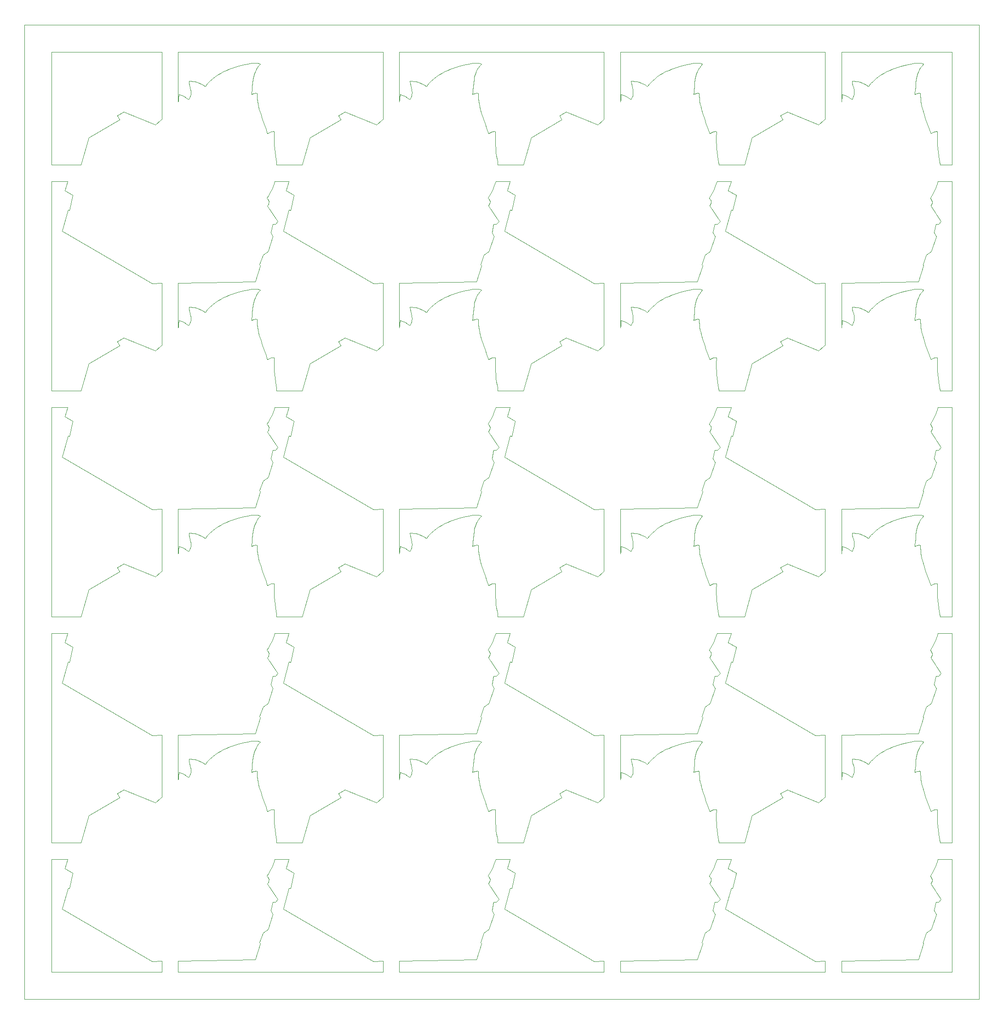
<source format=gbr>
%TF.GenerationSoftware,KiCad,Pcbnew,9.0.3*%
%TF.CreationDate,2025-07-24T14:02:08-05:00*%
%TF.ProjectId,DumpsterPanel,44756d70-7374-4657-9250-616e656c2e6b,rev?*%
%TF.SameCoordinates,Original*%
%TF.FileFunction,Profile,NP*%
%FSLAX46Y46*%
G04 Gerber Fmt 4.6, Leading zero omitted, Abs format (unit mm)*
G04 Created by KiCad (PCBNEW 9.0.3) date 2025-07-24 14:02:08*
%MOMM*%
%LPD*%
G01*
G04 APERTURE LIST*
%TA.AperFunction,Profile*%
%ADD10C,0.100000*%
%TD*%
G04 APERTURE END LIST*
D10*
X213017786Y-30364004D02*
X213064064Y-30755637D01*
X228822645Y-48786279D02*
X231405144Y-48786279D01*
X178690791Y-153319805D02*
X178174847Y-153592058D01*
X227475536Y-164687846D02*
X227167069Y-163790429D01*
X105059353Y-163790429D02*
X104735505Y-162898472D01*
X143327086Y-72272409D02*
X143408526Y-71582575D01*
X131658920Y-155473314D02*
X131745165Y-155862546D01*
X185253384Y-77047572D02*
X185140972Y-76584023D01*
X229405144Y-139338722D02*
X227471506Y-136451631D01*
X189702572Y-57916458D02*
X206275555Y-67572559D01*
X225478538Y-68572559D02*
X225203340Y-68573562D01*
X141508699Y-27417596D02*
X140549894Y-27654765D01*
X172654497Y-157507517D02*
X172609321Y-157734600D01*
X143798196Y-68573562D02*
X143495614Y-68601299D01*
X105363790Y-94879072D02*
X105466215Y-94722837D01*
X91141911Y-31537302D02*
X91227406Y-31938540D01*
X175312431Y-72891102D02*
X174897360Y-72620559D01*
X212568599Y-33434907D02*
X212121277Y-33170258D01*
X107056625Y-45636195D02*
X107011156Y-45185634D01*
X173730976Y-72103861D02*
X173364482Y-72015068D01*
X89030554Y-158161822D02*
X89002948Y-158481825D01*
X102769646Y-154381675D02*
X102854630Y-154034639D01*
X142392937Y-27228415D02*
X141508699Y-27417596D01*
X88946142Y-194290236D02*
X88946142Y-192205272D01*
X224942712Y-115776005D02*
X224744820Y-115847462D01*
X106412159Y-132826922D02*
X106574062Y-132381719D01*
X228008822Y-164434934D02*
X227616961Y-164631606D01*
X208053858Y-37367063D02*
X207811004Y-37575399D01*
X85703288Y-162293076D02*
X84785545Y-163132915D01*
X218367453Y-153898325D02*
X217866543Y-154241360D01*
X150022999Y-131931397D02*
X149506465Y-133653793D01*
X109346039Y-95662414D02*
X108297428Y-99489017D01*
X102965389Y-112113809D02*
X103106409Y-111764089D01*
X144458431Y-27558971D02*
X144765325Y-27201309D01*
X104547222Y-145464318D02*
X105466279Y-144849195D01*
X143222434Y-156794408D02*
X143277011Y-156105860D01*
X186827116Y-176732178D02*
X186688812Y-176589086D01*
X227391384Y-135016527D02*
X227658677Y-134584424D01*
X110264385Y-176042630D02*
X109636749Y-178833363D01*
X220946286Y-111107058D02*
X220430873Y-111293778D01*
X215198795Y-113974705D02*
X214810398Y-113803959D01*
X200265272Y-79044362D02*
X194615852Y-82364411D01*
X140549894Y-152372442D02*
X140050222Y-152515903D01*
X106738625Y-84958510D02*
X106672976Y-84307613D01*
X132304581Y-30388003D02*
X131955222Y-30363321D01*
X143162586Y-68651374D02*
X142392937Y-68800974D01*
X91959338Y-113587627D02*
X91602009Y-113533121D01*
X91270901Y-115714279D02*
X91249353Y-115934958D01*
X144263840Y-117211648D02*
X144206105Y-116728696D01*
X106596718Y-123996834D02*
X106628154Y-122776568D01*
X106045939Y-122809075D02*
X105901106Y-122862375D01*
X160362223Y-119175163D02*
X159160149Y-119832038D01*
X144073394Y-151717677D02*
X143798196Y-151718680D01*
X102574439Y-72960742D02*
X102624514Y-72272409D01*
X91270901Y-74141720D02*
X91249353Y-74362399D01*
X130251867Y-157673272D02*
X130012750Y-157586540D01*
X193183723Y-45786279D02*
X189203572Y-45786279D01*
X146168851Y-61704077D02*
X147094058Y-58988212D01*
X138507063Y-69933699D02*
X137988219Y-70174687D01*
X213064064Y-72328196D02*
X213150309Y-72717428D01*
X143984743Y-69840147D02*
X144199733Y-69486885D01*
X106628662Y-83669775D02*
X106603853Y-83042746D01*
X185476734Y-64306237D02*
X185334663Y-64108596D01*
X225193883Y-74156545D02*
X225057414Y-74174979D01*
X184111098Y-154727693D02*
X184174790Y-154381675D01*
X176675194Y-29906238D02*
X176201626Y-30331064D01*
X187015334Y-93917336D02*
X186934116Y-93745768D01*
X93492216Y-72620559D02*
X93091079Y-72402146D01*
X143557202Y-70889521D02*
X143667961Y-70541250D01*
X171866027Y-75007466D02*
X171418705Y-74742817D01*
X129662068Y-75650851D02*
X129648714Y-75712466D01*
X184539514Y-67235315D02*
X185476734Y-64306237D01*
X129648714Y-34139907D02*
X129648714Y-25000000D01*
X228131432Y-133710913D02*
X228336333Y-133270083D01*
X184174790Y-71236557D02*
X184259774Y-70889521D01*
X229171429Y-170503956D02*
X229164341Y-170353872D01*
X170471214Y-115941974D02*
X170435698Y-116589263D01*
X65594856Y-173503956D02*
X68617855Y-173503956D01*
X172657794Y-155080998D02*
X172315214Y-155081681D01*
X226654938Y-145464318D02*
X227573995Y-144849195D01*
X188120073Y-48786279D02*
X189201572Y-48786279D01*
X106228617Y-50124965D02*
X106412159Y-49681804D01*
X90910070Y-155081681D02*
X90956348Y-155473314D01*
X137988219Y-153319805D02*
X137472275Y-153592058D01*
X221455366Y-69370785D02*
X220946286Y-69534499D01*
X227167069Y-163790429D02*
X226843221Y-162898472D01*
X102834996Y-74203446D02*
X102637104Y-74274903D01*
X145438077Y-162898472D02*
X145116504Y-162005706D01*
X132304581Y-71960562D02*
X131955222Y-71935880D01*
X91602009Y-71960562D02*
X91252650Y-71935880D01*
X144206105Y-75156137D02*
X144171010Y-74665152D01*
X167351286Y-67540938D02*
X167351286Y-68071559D01*
X227636688Y-52173209D02*
X227529688Y-52014501D01*
X144263840Y-34066530D02*
X144206105Y-33583578D01*
X103929519Y-188826273D02*
X104547222Y-187036877D01*
X103134370Y-67235315D02*
X104071590Y-64306237D01*
X224962346Y-154034639D02*
X225073105Y-153686368D01*
X146748511Y-164381634D02*
X146603678Y-164434934D01*
X184902305Y-69486885D02*
X185161003Y-69131530D01*
X106603853Y-83042746D02*
X106596718Y-82424275D01*
X182211271Y-152135273D02*
X181252466Y-152372442D01*
X188702572Y-97766163D02*
X186768934Y-94879072D01*
X89066070Y-74369415D02*
X89030554Y-75016704D01*
X180243714Y-27961940D02*
X179728301Y-28148660D01*
X130012750Y-116013981D02*
X129768642Y-115941974D01*
X147441197Y-43385951D02*
X147375548Y-42735054D01*
X146066362Y-94879072D02*
X146168787Y-94722837D01*
X91602009Y-30388003D02*
X91252650Y-30363321D01*
X225478538Y-151717677D02*
X225203340Y-151718680D01*
X107056625Y-128781313D02*
X107011156Y-128330752D01*
X184908677Y-75156137D02*
X184873582Y-74665152D01*
X211053858Y-109646118D02*
X211053858Y-109644118D01*
X146912960Y-81200133D02*
X146748511Y-81236516D01*
X148499000Y-90358838D02*
X148501000Y-90358838D01*
X227717906Y-52344777D02*
X227636688Y-52173209D01*
X144632091Y-64108596D02*
X145249794Y-62319200D01*
X88946142Y-109644118D02*
X88946142Y-109060154D01*
X172654497Y-32789840D02*
X172609321Y-33016923D01*
X171418705Y-33170258D02*
X170954439Y-32955595D01*
X106323287Y-139781147D02*
X106824612Y-139820296D01*
X150966957Y-134470071D02*
X150339321Y-137260804D01*
X106391486Y-58988212D02*
X106002721Y-58228203D01*
X225193883Y-32583986D02*
X225057414Y-32602420D01*
X224567730Y-68651374D02*
X223798081Y-68800974D01*
X102637104Y-157420021D02*
X102424915Y-157484890D01*
X213137216Y-33493101D02*
X213000990Y-33743597D01*
X147375548Y-167452731D02*
X147331234Y-166814893D01*
X91132014Y-157968787D02*
X91029500Y-158210778D01*
X172654497Y-74362399D02*
X172609321Y-74589482D01*
X129705520Y-158481825D02*
X129662068Y-158795969D01*
X185140972Y-118156582D02*
X185044579Y-117687348D01*
X172677329Y-73926743D02*
X172676045Y-74141720D01*
X144632091Y-188826273D02*
X145249794Y-187036877D01*
X185256468Y-110240878D02*
X185026845Y-110175239D01*
X224682155Y-72960742D02*
X224732230Y-72272409D01*
X191041893Y-137260804D02*
X190751183Y-137234973D01*
X143537568Y-32630887D02*
X143339676Y-32702344D01*
X137472275Y-28874381D02*
X136962309Y-29180648D01*
X144438400Y-76584023D02*
X144342007Y-76114789D01*
X228821761Y-48789646D02*
X228822645Y-48786279D01*
X183865158Y-27078815D02*
X183095509Y-27228415D01*
X136461399Y-154241360D02*
X135972622Y-154623915D01*
X71076007Y-45786279D02*
X65594856Y-45786279D01*
X130716133Y-74742817D02*
X130251867Y-74528154D01*
X172298418Y-116888715D02*
X171866027Y-116580025D01*
X103503533Y-116728696D02*
X103468438Y-116237711D01*
X90013561Y-74742817D02*
X89549295Y-74528154D01*
X143836942Y-191952992D02*
X144774162Y-189023914D01*
X88946142Y-192205272D02*
X103134370Y-191952992D01*
X176201626Y-30331064D02*
X175746345Y-30800915D01*
X184111098Y-71582575D02*
X184174790Y-71236557D01*
X91272185Y-32354184D02*
X91270901Y-32569161D01*
X229164341Y-45636195D02*
X229118872Y-45185634D01*
X228336333Y-133270083D02*
X228519875Y-132826922D01*
X167351286Y-25000000D02*
X167351286Y-37367063D01*
X143277011Y-72960742D02*
X143327086Y-72272409D01*
X91029500Y-158210778D02*
X90893274Y-158461274D01*
X167351286Y-109646118D02*
X167351286Y-120512181D01*
X85946142Y-37367063D02*
X85703288Y-37575399D01*
X65594856Y-170503956D02*
X65594856Y-131931397D01*
X108803893Y-175226352D02*
X110264385Y-176042630D01*
X225242086Y-150380433D02*
X226179306Y-147451355D01*
X91602009Y-113533121D02*
X91252650Y-113508439D01*
X107011156Y-128330752D02*
X106941244Y-127881042D01*
X144206105Y-33583578D02*
X144171010Y-33092593D01*
X148499000Y-170503956D02*
X147766285Y-170503956D01*
X189702572Y-99489017D02*
X206275555Y-109145118D01*
X187728431Y-139781147D02*
X188229756Y-139820296D01*
X172447737Y-114289987D02*
X172547055Y-114682420D01*
X146168851Y-103276636D02*
X147094058Y-100560771D01*
X92702682Y-155376518D02*
X92325832Y-155248979D01*
X186768934Y-178024190D02*
X186871359Y-177867955D01*
X93907287Y-31318543D02*
X93492216Y-31048000D01*
X186768934Y-94879072D02*
X186871359Y-94722837D01*
X131951925Y-74362399D02*
X131906749Y-74589482D01*
X147299290Y-82424275D02*
X147330726Y-81204009D01*
X165572983Y-192290236D02*
X167351286Y-192258615D01*
X185253384Y-35475013D02*
X185140972Y-35011464D01*
X103370822Y-68572559D02*
X103095624Y-68573562D01*
X226037235Y-147253714D02*
X226654938Y-145464318D01*
X191041893Y-95688245D02*
X190751183Y-95662414D01*
X141508699Y-152135273D02*
X140549894Y-152372442D01*
X172657794Y-113508439D02*
X172315214Y-113509122D01*
X201064795Y-77602604D02*
X199862721Y-78259479D01*
X134609859Y-72891102D02*
X134194788Y-72620559D01*
X90013561Y-157887935D02*
X89549295Y-157673272D01*
X102769646Y-29663998D02*
X102854630Y-29316962D01*
X144553896Y-151813437D02*
X144324273Y-151747798D01*
X93492216Y-114193118D02*
X93091079Y-113974705D01*
X91249353Y-157507517D02*
X91204177Y-157734600D01*
X146325320Y-52764585D02*
X146373724Y-52526449D01*
X144342007Y-117687348D02*
X144263840Y-117211648D01*
X231405144Y-45786279D02*
X229171429Y-45786279D01*
X225863575Y-152276648D02*
X226170469Y-151918986D01*
X85946142Y-151216677D02*
X85946142Y-151218677D01*
X224532631Y-115912331D02*
X224587393Y-115566741D01*
X143808981Y-153336648D02*
X143984743Y-152985265D01*
X187076296Y-52526449D02*
X187015334Y-52344777D01*
X129648714Y-68071559D02*
X129648714Y-67487595D01*
X213335122Y-31938540D02*
X213364283Y-32144211D01*
X144765325Y-110346427D02*
X144553896Y-110240878D01*
X103458190Y-157310467D02*
X103252848Y-157297155D01*
X140549894Y-110799883D02*
X140050222Y-110943344D01*
X131844483Y-31537302D02*
X131929978Y-31938540D01*
X167351286Y-192258615D02*
X167351286Y-194290236D01*
X144160762Y-157310467D02*
X143955420Y-157297155D01*
X211110664Y-116909266D02*
X211067212Y-117223410D01*
X105550961Y-134584424D02*
X105797738Y-134149123D01*
X106023716Y-133710913D02*
X106228617Y-133270083D01*
X149506465Y-92081234D02*
X150966957Y-92897512D01*
X102624514Y-113844968D02*
X102705954Y-113155134D01*
X188229756Y-56675178D02*
X188702572Y-56193604D01*
X103497161Y-27914326D02*
X103755859Y-27558971D01*
X147527184Y-98247737D02*
X148000000Y-97766163D01*
X147025859Y-139781147D02*
X147527184Y-139820296D01*
X184259774Y-70889521D02*
X184370533Y-70541250D01*
X89002948Y-75336707D02*
X88959496Y-75650851D01*
X152481151Y-170503956D02*
X148501000Y-170503956D01*
X185253384Y-160192690D02*
X185140972Y-159729141D01*
X211053858Y-192205272D02*
X225242086Y-191952992D01*
X180752794Y-69370785D02*
X180243714Y-69534499D01*
X213379901Y-115499302D02*
X213378617Y-115714279D01*
X184873582Y-116237711D02*
X184863334Y-115737908D01*
X107011156Y-86758193D02*
X106941244Y-86308483D01*
X142392937Y-110373533D02*
X141508699Y-110562714D01*
X213239730Y-157968787D02*
X213137216Y-158210778D01*
X228681778Y-49236601D02*
X228821761Y-48789646D01*
X228735870Y-39631450D02*
X228509674Y-39614581D01*
X90460883Y-158152584D02*
X90013561Y-157887935D01*
X214810398Y-113803959D02*
X214433548Y-113676420D01*
X103503533Y-75156137D02*
X103468438Y-74665152D01*
X187027892Y-135909703D02*
X187076296Y-135671567D01*
X213379901Y-32354184D02*
X213378617Y-32569161D01*
X187027892Y-94337144D02*
X187076296Y-94099008D01*
X91029500Y-75065660D02*
X90893274Y-75316156D01*
X107798428Y-131931397D02*
X109320427Y-131931397D01*
X95758827Y-112668801D02*
X95270050Y-113051356D01*
X146124544Y-93587060D02*
X145986240Y-93443968D01*
X104547222Y-103891759D02*
X105466279Y-103276636D01*
X211173786Y-74369415D02*
X211138270Y-75016704D01*
X171418705Y-116315376D02*
X170954439Y-116100713D01*
X167351286Y-120512181D02*
X167108432Y-120720517D01*
X220946286Y-27961940D02*
X220430873Y-28148660D01*
X145116504Y-37288029D02*
X144814863Y-36388190D01*
X153913280Y-40791852D02*
X152481151Y-45786279D01*
X149506465Y-50508675D02*
X150966957Y-51324953D01*
X96259737Y-29180648D02*
X95758827Y-29523683D01*
X172537158Y-74823669D02*
X172434644Y-75065660D01*
X224682155Y-31388183D02*
X224732230Y-30699850D01*
X186871423Y-144849195D02*
X187796630Y-142133330D01*
X187728431Y-98208588D02*
X188229756Y-98247737D01*
X184491311Y-74156545D02*
X184354842Y-74174979D01*
X224813670Y-30010016D02*
X224877362Y-29663998D01*
X148501000Y-173503956D02*
X150022999Y-173503956D01*
X107297428Y-56193604D02*
X105363790Y-53306513D01*
X228509674Y-39614581D02*
X228318104Y-39627574D01*
X105901106Y-81289816D02*
X105509245Y-81486488D01*
X92325832Y-113676420D02*
X91959338Y-113587627D01*
X184863334Y-74165349D02*
X184657992Y-74152037D01*
X170954439Y-32955595D02*
X170715322Y-32868863D01*
X228431003Y-56636029D02*
X228932328Y-56675178D01*
X180752794Y-152515903D02*
X180243714Y-152679617D01*
X136461399Y-29523683D02*
X135972622Y-29906238D01*
X225863575Y-27558971D02*
X226170469Y-27201309D01*
X221455366Y-152515903D02*
X220946286Y-152679617D01*
X184198186Y-110173858D02*
X183865158Y-110223933D01*
X225073105Y-112113809D02*
X225214125Y-111764089D01*
X179728301Y-28148660D02*
X179209635Y-28361140D01*
X184902305Y-152632003D02*
X185161003Y-152276648D01*
X184029658Y-72272409D02*
X184111098Y-71582575D01*
X144814863Y-36388190D02*
X144550812Y-35475013D01*
X166190689Y-79987797D02*
X160362223Y-77602604D01*
X185161003Y-27558971D02*
X185467897Y-27201309D01*
X99347650Y-27798226D02*
X98838570Y-27961940D01*
X91252650Y-155080998D02*
X90910070Y-155081681D01*
X147104530Y-164332258D02*
X146912960Y-164345251D01*
X103503533Y-33583578D02*
X103468438Y-33092593D01*
X224732230Y-72272409D02*
X224813670Y-71582575D01*
X106574062Y-49236601D02*
X106714045Y-48789646D01*
X103851324Y-110240878D02*
X103621701Y-110175239D01*
X144550812Y-35475013D02*
X144438400Y-35011464D01*
X225611249Y-75156137D02*
X225576154Y-74665152D01*
X208053858Y-67540938D02*
X208053858Y-68071559D01*
X225604877Y-152632003D02*
X225863575Y-152276648D01*
X185026845Y-68602680D02*
X184775966Y-68572559D01*
X106603853Y-166187864D02*
X106596718Y-165569393D01*
X68934177Y-137260804D02*
X68643467Y-137234973D01*
X213709725Y-113533121D02*
X213360366Y-113508439D01*
X147713728Y-45185634D02*
X147643816Y-44735924D01*
X107798428Y-90358838D02*
X109320427Y-90358838D01*
X129648714Y-117285025D02*
X129648714Y-109646118D01*
X172661711Y-115289329D02*
X172677329Y-115499302D01*
X229171429Y-128931397D02*
X229164341Y-128781313D01*
X103735828Y-76584023D02*
X103639435Y-76114789D01*
X188346388Y-169453601D02*
X188232581Y-168769835D01*
X182211271Y-27417596D02*
X181252466Y-27654765D01*
X143808981Y-111764089D02*
X143984743Y-111412706D01*
X103282171Y-111412706D02*
X103497161Y-111059444D01*
X105283668Y-176589086D02*
X105550961Y-176156983D01*
X185044579Y-159259907D02*
X184966412Y-158784207D01*
X139025729Y-111293778D02*
X138507063Y-111506258D01*
X186934116Y-52173209D02*
X186827116Y-52014501D01*
X188033298Y-81204009D02*
X187807102Y-81187140D01*
X105283668Y-51871409D02*
X105550961Y-51439306D01*
X107063713Y-45786279D02*
X107056625Y-45636195D01*
X227730464Y-94337144D02*
X227778868Y-94099008D01*
X224942712Y-157348564D02*
X224744820Y-157420021D01*
X208053858Y-109646118D02*
X208053858Y-120512181D01*
X142392937Y-68800974D02*
X141508699Y-68990155D01*
X106824612Y-139820296D02*
X107297428Y-139338722D01*
X229118872Y-169903311D02*
X229048960Y-169453601D01*
X184029658Y-30699850D02*
X184111098Y-30010016D01*
X172434644Y-116638219D02*
X172298418Y-116888715D01*
X211067212Y-75650851D02*
X211053858Y-75712466D01*
X126648714Y-162084740D02*
X126405860Y-162293076D01*
X167351286Y-68071559D02*
X167351286Y-68073559D01*
X102624514Y-155417527D02*
X102705954Y-154727693D01*
X172677329Y-32354184D02*
X172676045Y-32569161D01*
X144171010Y-157810270D02*
X144160762Y-157310467D01*
X229171429Y-87358838D02*
X229164341Y-87208754D01*
X175312431Y-31318543D02*
X174897360Y-31048000D01*
X144438400Y-159729141D02*
X144342007Y-159259907D01*
X219912207Y-153078817D02*
X219393363Y-153319805D01*
X191669529Y-176042630D02*
X191041893Y-178833363D01*
X129662068Y-117223410D02*
X129648714Y-117285025D01*
X67594856Y-99489017D02*
X84167839Y-109145118D01*
X228704434Y-123996834D02*
X228735870Y-122776568D01*
X147766285Y-45786279D02*
X147759197Y-45636195D01*
X225360564Y-115724596D02*
X225193883Y-115729104D01*
X108297428Y-57916458D02*
X124870411Y-67572559D01*
X105797738Y-134149123D02*
X106023716Y-133710913D01*
X144550812Y-77047572D02*
X144438400Y-76584023D01*
X88946142Y-67487595D02*
X103134370Y-67235315D01*
X129648714Y-109644118D02*
X129648714Y-109060154D01*
X68934177Y-95688245D02*
X68643467Y-95662414D01*
X186772964Y-123115287D02*
X186464497Y-122217870D01*
X188461769Y-87208754D02*
X188416300Y-86758193D01*
X172661711Y-73716770D02*
X172677329Y-73926743D01*
X106210388Y-164345251D02*
X106045939Y-164381634D01*
X143836942Y-150380433D02*
X144774162Y-147451355D01*
X225729417Y-27030121D02*
X225478538Y-27000000D01*
X102705954Y-30010016D02*
X102769646Y-29663998D01*
X143182249Y-115566741D02*
X143222434Y-115221849D01*
X106941244Y-169453601D02*
X106827437Y-168769835D01*
X174107826Y-30658841D02*
X173730976Y-30531302D01*
X225747151Y-34542230D02*
X225668984Y-34066530D01*
X183979583Y-156105860D02*
X184029658Y-155417527D01*
X118860128Y-162189480D02*
X113210708Y-165509529D01*
X229405144Y-180911281D02*
X227471506Y-178024190D01*
X189203572Y-90358838D02*
X190725571Y-90358838D01*
X126648714Y-109646118D02*
X126648714Y-120512181D01*
X188078120Y-125880172D02*
X188033806Y-125242334D01*
X144438400Y-118156582D02*
X144342007Y-117687348D01*
X213378617Y-157286838D02*
X213357069Y-157507517D01*
X102479677Y-73994182D02*
X102519862Y-73649290D01*
X225057414Y-32602420D02*
X224942712Y-32630887D01*
X172434644Y-75065660D02*
X172298418Y-75316156D01*
X171418705Y-157887935D02*
X170954439Y-157673272D01*
X105509245Y-39913929D02*
X105367820Y-39970169D01*
X126648714Y-78939622D02*
X126405860Y-79147958D01*
X219393363Y-28602128D02*
X218877419Y-28874381D01*
X185476734Y-147451355D02*
X185334663Y-147253714D01*
X85946142Y-109644118D02*
X85946142Y-109646118D01*
X225193883Y-157301663D02*
X225057414Y-157320097D01*
X227529688Y-52014501D02*
X227391384Y-51871409D01*
X214433548Y-72103861D02*
X214067054Y-72015068D01*
X172298418Y-158461274D02*
X171866027Y-158152584D01*
X208053858Y-68073559D02*
X208053858Y-78939622D01*
X193183723Y-170503956D02*
X189203572Y-170503956D01*
X97804491Y-69933699D02*
X97285647Y-70174687D01*
X225668984Y-117211648D02*
X225611249Y-116728696D01*
X118457577Y-119832038D02*
X118860128Y-120616921D01*
X187202882Y-51004005D02*
X187428860Y-50565795D01*
X228153655Y-164381634D02*
X228008822Y-164434934D01*
X228780692Y-84307613D02*
X228736378Y-83669775D01*
X103929519Y-105681155D02*
X104547222Y-103891759D01*
X98323157Y-111293778D02*
X97804491Y-111506258D01*
X147094058Y-183705889D02*
X146705293Y-182945880D01*
X190725571Y-48786279D02*
X190209037Y-50508675D01*
X225747151Y-117687348D02*
X225668984Y-117211648D01*
X143537568Y-74203446D02*
X143339676Y-74274903D01*
X227717906Y-93917336D02*
X227636688Y-93745768D01*
X185517435Y-161105867D02*
X185253384Y-160192690D01*
X106574062Y-132381719D02*
X106714045Y-131934764D01*
X102854630Y-29316962D02*
X102965389Y-28968691D01*
X129768642Y-157514533D02*
X129733126Y-158161822D01*
X147643816Y-44735924D02*
X147530009Y-44052158D01*
X133405254Y-113803959D02*
X133028404Y-113676420D01*
X143472218Y-71236557D02*
X143557202Y-70889521D01*
X184198186Y-27028740D02*
X183865158Y-27078815D01*
X214067054Y-155160186D02*
X213709725Y-155105680D01*
X108803893Y-133653793D02*
X110264385Y-134470071D01*
X150966957Y-92897512D02*
X150339321Y-95688245D01*
X184354842Y-32602420D02*
X184240140Y-32630887D01*
X213137216Y-158210778D02*
X213000990Y-158461274D01*
X228153655Y-81236516D02*
X228008822Y-81289816D01*
X129648714Y-192205272D02*
X143836942Y-191952992D01*
X102624514Y-72272409D02*
X102705954Y-71582575D01*
X225214125Y-111764089D02*
X225389887Y-111412706D01*
X146070392Y-164687846D02*
X145761925Y-163790429D01*
X147417501Y-48786279D02*
X148499000Y-48786279D01*
X225611249Y-158301255D02*
X225576154Y-157810270D01*
X131929978Y-115083658D02*
X131959139Y-115289329D01*
X187407865Y-58228203D02*
X187728431Y-56636029D01*
X208053858Y-109644118D02*
X208053858Y-109646118D01*
X227658677Y-134584424D02*
X227905454Y-134149123D01*
X91959338Y-30442509D02*
X91602009Y-30388003D01*
X211110664Y-75336707D02*
X211067212Y-75650851D01*
X211067212Y-117223410D02*
X211053858Y-117285025D01*
X77755005Y-161404597D02*
X78157556Y-162189480D01*
X224813670Y-71582575D02*
X224877362Y-71236557D01*
X91256567Y-115289329D02*
X91272185Y-115499302D01*
X224627578Y-156794408D02*
X224682155Y-156105860D01*
X224877362Y-71236557D02*
X224962346Y-70889521D01*
X150022999Y-173503956D02*
X149506465Y-175226352D01*
X90956348Y-30755637D02*
X91042593Y-31144869D01*
X107798428Y-45786279D02*
X107796428Y-45786279D01*
X137988219Y-111747246D02*
X137472275Y-112019499D01*
X146500310Y-92576564D02*
X146726288Y-92138354D01*
X228822645Y-173503956D02*
X231405144Y-173503956D01*
X106603853Y-124615305D02*
X106596718Y-123996834D01*
X143984743Y-152985265D02*
X144199733Y-152632003D01*
X185476734Y-189023914D02*
X185334663Y-188826273D01*
X65594856Y-25000000D02*
X85946142Y-25000000D01*
X129733126Y-33444145D02*
X129705520Y-33764148D01*
X106714045Y-131934764D02*
X106714929Y-131931397D01*
X225959040Y-151813437D02*
X225729417Y-151747798D01*
X185517435Y-36388190D02*
X185253384Y-35475013D01*
X177163971Y-112668801D02*
X176675194Y-113051356D01*
X110264385Y-92897512D02*
X109636749Y-95688245D01*
X170364640Y-158795969D02*
X170351286Y-158857584D01*
X224813670Y-154727693D02*
X224877362Y-154381675D01*
X228932328Y-56675178D02*
X229405144Y-56193604D01*
X143222434Y-115221849D02*
X143277011Y-114533301D01*
X102574439Y-114533301D02*
X102624514Y-113844968D01*
X105363790Y-136451631D02*
X105466215Y-136295396D01*
X130251867Y-116100713D02*
X130012750Y-116013981D01*
X126405860Y-162293076D02*
X125488117Y-163132915D01*
X148000000Y-180911281D02*
X146066362Y-178024190D01*
X189201572Y-170503956D02*
X188468857Y-170503956D01*
X172537158Y-33251110D02*
X172434644Y-33493101D01*
X228318104Y-39627574D02*
X228153655Y-39663957D01*
X106210388Y-81200133D02*
X106045939Y-81236516D01*
X104062753Y-110346427D02*
X103851324Y-110240878D01*
X172447737Y-72717428D02*
X172547055Y-73109861D01*
X199862721Y-36686920D02*
X200265272Y-37471803D01*
X144814863Y-77960749D02*
X144550812Y-77047572D01*
X172657794Y-30363321D02*
X172315214Y-30364004D01*
X160362223Y-77602604D02*
X159160149Y-78259479D01*
X228780692Y-167452731D02*
X228736378Y-166814893D01*
X207811004Y-120720517D02*
X206893261Y-121560356D01*
X97285647Y-28602128D02*
X96769703Y-28874381D01*
X166190689Y-121560356D02*
X160362223Y-119175163D01*
X102769646Y-112809116D02*
X102854630Y-112462080D01*
X228431003Y-139781147D02*
X228932328Y-139820296D01*
X184966412Y-117211648D02*
X184908677Y-116728696D01*
X228499202Y-100560771D02*
X228110437Y-99800762D01*
X174107826Y-72231400D02*
X173730976Y-72103861D01*
X118860128Y-79044362D02*
X113210708Y-82364411D01*
X150339321Y-178833363D02*
X150048611Y-178807532D01*
X217866543Y-112668801D02*
X217377766Y-113051356D01*
X129768642Y-74369415D02*
X129733126Y-75016704D01*
X150048611Y-95662414D02*
X149000000Y-99489017D01*
X224942712Y-32630887D02*
X224744820Y-32702344D01*
X144814863Y-161105867D02*
X144550812Y-160192690D01*
X103095624Y-27001003D02*
X102793042Y-27028740D01*
X150339321Y-54115686D02*
X150048611Y-54089855D01*
X131929978Y-73511099D02*
X131959139Y-73716770D01*
X190751183Y-95662414D02*
X189702572Y-99489017D01*
X78157556Y-37471803D02*
X72508136Y-40791852D01*
X138507063Y-28361140D02*
X137988219Y-28602128D01*
X228821761Y-131934764D02*
X228822645Y-131931397D01*
X146231544Y-52173209D02*
X146124544Y-52014501D01*
X130251867Y-32955595D02*
X130012750Y-32868863D01*
X147276634Y-49236601D02*
X147416617Y-48789646D01*
X105553485Y-52971082D02*
X105622748Y-52764585D01*
X143495614Y-110173858D02*
X143162586Y-110223933D01*
X144171010Y-116237711D02*
X144160762Y-115737908D01*
X143408526Y-71582575D02*
X143472218Y-71236557D01*
X184259774Y-154034639D02*
X184370533Y-153686368D01*
X170351286Y-109646118D02*
X170351286Y-109644118D01*
X214433548Y-155248979D02*
X214067054Y-155160186D01*
X212568599Y-75007466D02*
X212121277Y-74742817D01*
X189702572Y-141061576D02*
X206275555Y-150717677D01*
X228509674Y-81187140D02*
X228318104Y-81200133D01*
X105509245Y-164631606D02*
X105367820Y-164687846D01*
X215198795Y-155547264D02*
X214810398Y-155376518D01*
X146256057Y-136116200D02*
X146325320Y-135909703D01*
X186956105Y-176156983D02*
X187202882Y-175721682D01*
X175312431Y-156036220D02*
X174897360Y-155765677D01*
X106023716Y-50565795D02*
X106228617Y-50124965D01*
X103086167Y-157301663D02*
X102949698Y-157320097D01*
X106824612Y-98247737D02*
X107297428Y-97766163D01*
X90893274Y-75316156D02*
X90460883Y-75007466D01*
X184370533Y-153686368D02*
X184511553Y-153336648D01*
X143339676Y-74274903D02*
X143127487Y-74339772D01*
X228736378Y-42097216D02*
X228711569Y-41470187D01*
X109320427Y-90358838D02*
X108803893Y-92081234D01*
X146124544Y-52014501D02*
X145986240Y-51871409D01*
X131955222Y-155080998D02*
X131612642Y-155081681D01*
X184873582Y-157810270D02*
X184863334Y-157310467D01*
X188120073Y-173503956D02*
X189201572Y-173503956D01*
X220430873Y-111293778D02*
X219912207Y-111506258D01*
X188229756Y-98247737D02*
X188702572Y-97766163D01*
X144160762Y-115737908D02*
X143955420Y-115724596D01*
X134194788Y-155765677D02*
X133793651Y-155547264D01*
X218367453Y-29180648D02*
X217866543Y-29523683D01*
X107796428Y-90358838D02*
X107798428Y-90358838D01*
X229171429Y-45786279D02*
X229164341Y-45636195D01*
X143408526Y-154727693D02*
X143472218Y-154381675D01*
X147330726Y-164349127D02*
X147104530Y-164332258D01*
X190209037Y-92081234D02*
X191669529Y-92897512D01*
X147276634Y-90809160D02*
X147416617Y-90362205D01*
X187979206Y-173954278D02*
X188119189Y-173507323D01*
X170715322Y-74441422D02*
X170471214Y-74369415D01*
X226179306Y-147451355D02*
X226037235Y-147253714D01*
X187633761Y-91697524D02*
X187817303Y-91254363D01*
X96769703Y-70446940D02*
X96259737Y-70753207D01*
X225565906Y-32592790D02*
X225360564Y-32579478D01*
X147766285Y-87358838D02*
X147759197Y-87208754D01*
X208053858Y-120512181D02*
X207811004Y-120720517D01*
X146705293Y-99800762D02*
X147025859Y-98208588D01*
X107796428Y-128931397D02*
X107063713Y-128931397D01*
X170351286Y-25000000D02*
X208053858Y-25000000D01*
X208053858Y-151216677D02*
X208053858Y-151218677D01*
X90893274Y-116888715D02*
X90460883Y-116580025D01*
X91204177Y-74589482D02*
X91132014Y-74823669D01*
X231405144Y-25000000D02*
X231405144Y-45786279D01*
X226037235Y-188826273D02*
X226654938Y-187036877D01*
X186140649Y-162898472D02*
X185819076Y-162005706D01*
X165572983Y-67572559D02*
X167351286Y-67540938D01*
X96259737Y-112325766D02*
X95758827Y-112668801D01*
X147759197Y-87208754D02*
X147713728Y-86758193D01*
X102949698Y-32602420D02*
X102834996Y-32630887D01*
X187027892Y-177482262D02*
X187076296Y-177244126D01*
X184500768Y-151718680D02*
X184198186Y-151746417D01*
X89002948Y-158481825D02*
X88959496Y-158795969D01*
X144199733Y-27914326D02*
X144458431Y-27558971D01*
X113210708Y-123936970D02*
X111778579Y-128931397D01*
X143788739Y-157301663D02*
X143652270Y-157320097D01*
X105363790Y-178024190D02*
X105466215Y-177867955D01*
X224744820Y-157420021D02*
X224532631Y-157484890D01*
X131844483Y-114682420D02*
X131929978Y-115083658D01*
X184863334Y-32592790D02*
X184657992Y-32579478D01*
X131612642Y-30364004D02*
X131658920Y-30755637D01*
X133793651Y-30829587D02*
X133405254Y-30658841D01*
X207811004Y-79147958D02*
X206893261Y-79987797D01*
X107796428Y-131931397D02*
X107798428Y-131931397D01*
X131951925Y-157507517D02*
X131906749Y-157734600D01*
X171866027Y-158152584D02*
X171418705Y-157887935D01*
X105797738Y-51004005D02*
X106023716Y-50565795D01*
X147331234Y-125242334D02*
X147306425Y-124615305D01*
X132661910Y-113587627D02*
X132304581Y-113533121D01*
X140549894Y-27654765D02*
X140050222Y-27798226D01*
X103851324Y-27095760D02*
X103621701Y-27030121D01*
X105059353Y-122217870D02*
X104735505Y-121325913D01*
X187796630Y-142133330D02*
X187407865Y-141373321D01*
X148000000Y-139338722D02*
X146066362Y-136451631D01*
X228780692Y-125880172D02*
X228736378Y-125242334D01*
X94796482Y-113476182D02*
X94341201Y-113946033D01*
X131612642Y-155081681D02*
X131658920Y-155473314D01*
X212121277Y-116315376D02*
X211657011Y-116100713D01*
X94341201Y-72373474D02*
X93907287Y-72891102D01*
X147416617Y-48789646D02*
X147417501Y-48786279D01*
X146168787Y-177867955D02*
X146256057Y-177688759D01*
X99847322Y-110799883D02*
X99347650Y-110943344D01*
X225576154Y-157810270D02*
X225565906Y-157310467D01*
X106323287Y-98208588D02*
X106824612Y-98247737D01*
X109636749Y-137260804D02*
X109346039Y-137234973D01*
X145986240Y-51871409D02*
X146253533Y-51439306D01*
X103252848Y-157297155D02*
X103086167Y-157301663D01*
X92325832Y-30531302D02*
X91959338Y-30442509D01*
X129768642Y-115941974D02*
X129733126Y-116589263D01*
X184042248Y-157420021D02*
X183830059Y-157484890D01*
X184539514Y-191952992D02*
X185476734Y-189023914D01*
X225242086Y-67235315D02*
X226179306Y-64306237D01*
X143408526Y-113155134D02*
X143472218Y-112809116D01*
X172632550Y-73511099D02*
X172661711Y-73716770D01*
X91141911Y-73109861D02*
X91227406Y-73511099D01*
X147306425Y-124615305D02*
X147299290Y-123996834D01*
X143836942Y-108807874D02*
X144774162Y-105878796D01*
X131163455Y-116580025D02*
X130716133Y-116315376D01*
X218367453Y-70753207D02*
X217866543Y-71096242D01*
X170351286Y-75712466D02*
X170351286Y-68073559D01*
X133028404Y-155248979D02*
X132661910Y-155160186D01*
X106824612Y-181392855D02*
X107297428Y-180911281D01*
X213357069Y-157507517D02*
X213311893Y-157734600D01*
X124870411Y-67572559D02*
X126648714Y-67540938D01*
X137472275Y-70446940D02*
X136962309Y-70753207D01*
X185476734Y-105878796D02*
X185334663Y-105681155D01*
X126405860Y-120720517D02*
X125488117Y-121560356D01*
X227730464Y-135909703D02*
X227778868Y-135671567D01*
X68617855Y-131931397D02*
X68101321Y-133653793D01*
X227573995Y-61704077D02*
X228499202Y-58988212D01*
X101690365Y-68800974D02*
X100806127Y-68990155D01*
X89310178Y-116013981D02*
X89066070Y-115941974D01*
X105509245Y-123059047D02*
X105367820Y-123115287D01*
X137988219Y-70174687D02*
X137472275Y-70446940D01*
X184511553Y-28618971D02*
X184687315Y-28267588D01*
X172676045Y-32569161D02*
X172654497Y-32789840D01*
X102637104Y-115847462D02*
X102424915Y-115912331D01*
X106603853Y-41470187D02*
X106596718Y-40851716D01*
X218877419Y-112019499D02*
X218367453Y-112325766D01*
X139025729Y-28148660D02*
X138507063Y-28361140D01*
X231405144Y-173503956D02*
X231405144Y-194290236D01*
X178690791Y-111747246D02*
X178174847Y-112019499D01*
X188346388Y-86308483D02*
X188232581Y-85624717D01*
X189203572Y-87358838D02*
X189201572Y-87358838D01*
X188033806Y-125242334D02*
X188008997Y-124615305D01*
X84785545Y-38415238D02*
X78957079Y-36030045D01*
X94341201Y-113946033D02*
X93907287Y-114463661D01*
X144324273Y-110175239D02*
X144073394Y-110145118D01*
X132661910Y-72015068D02*
X132304581Y-71960562D01*
X107796428Y-48786279D02*
X107798428Y-48786279D01*
X216448917Y-113946033D02*
X216015003Y-114463661D01*
X189201572Y-131931397D02*
X189203572Y-131931397D01*
X189201572Y-48786279D02*
X189203572Y-48786279D01*
X91042593Y-72717428D02*
X91141911Y-73109861D01*
X124870411Y-192290236D02*
X126648714Y-192258615D01*
X218877419Y-153592058D02*
X218367453Y-153898325D01*
X69561813Y-92897512D02*
X68934177Y-95688245D01*
X131732072Y-75065660D02*
X131595846Y-75316156D01*
X179209635Y-69933699D02*
X178690791Y-70174687D01*
X227529688Y-176732178D02*
X227391384Y-176589086D01*
X103134370Y-150380433D02*
X104071590Y-147451355D01*
X183979583Y-72960742D02*
X184029658Y-72272409D01*
X143472218Y-112809116D02*
X143557202Y-112462080D01*
X187807102Y-122759699D02*
X187615532Y-122772692D01*
X224732230Y-30699850D02*
X224813670Y-30010016D01*
X143162586Y-110223933D02*
X142392937Y-110373533D01*
X188119189Y-48789646D02*
X188120073Y-48786279D01*
X109636749Y-54115686D02*
X109346039Y-54089855D01*
X147530009Y-127197276D02*
X147441197Y-126531069D01*
X147330726Y-81204009D02*
X147104530Y-81187140D01*
X187202882Y-92576564D02*
X187428860Y-92138354D01*
X183830059Y-74339772D02*
X183884821Y-73994182D01*
X131658920Y-30755637D02*
X131745165Y-31144869D01*
X78957079Y-36030045D02*
X77755005Y-36686920D01*
X143472218Y-29663998D02*
X143557202Y-29316962D01*
X187428860Y-50565795D02*
X187633761Y-50124965D01*
X131974757Y-32354184D02*
X131973473Y-32569161D01*
X106391486Y-100560771D02*
X106002721Y-99800762D01*
X213335122Y-115083658D02*
X213364283Y-115289329D01*
X152481151Y-45786279D02*
X148501000Y-45786279D01*
X214433548Y-30531302D02*
X214067054Y-30442509D01*
X145438077Y-121325913D02*
X145116504Y-120433147D01*
X180752794Y-110943344D02*
X180243714Y-111107058D01*
X145761925Y-163790429D02*
X145438077Y-162898472D01*
X84167839Y-192290236D02*
X85946142Y-192258615D01*
X126648714Y-109113497D02*
X126648714Y-109644118D01*
X184966412Y-75639089D02*
X184908677Y-75156137D01*
X149000000Y-182634135D02*
X165572983Y-192290236D01*
X147759197Y-170353872D02*
X147713728Y-169903311D01*
X188033806Y-42097216D02*
X188008997Y-41470187D01*
X185334663Y-147253714D02*
X185952366Y-145464318D01*
X68643467Y-178807532D02*
X67594856Y-182634135D01*
X188033298Y-164349127D02*
X187807102Y-164332258D01*
X105421972Y-135159619D02*
X105283668Y-135016527D01*
X88946142Y-25000000D02*
X126648714Y-25000000D01*
X226037235Y-105681155D02*
X226654938Y-103891759D01*
X88946142Y-150632713D02*
X103134370Y-150380433D01*
X91132014Y-74823669D02*
X91029500Y-75065660D01*
X201064795Y-160747722D02*
X199862721Y-161404597D01*
X88946142Y-158857584D02*
X88946142Y-151218677D01*
X147417501Y-90358838D02*
X148499000Y-90358838D01*
X102574439Y-31388183D02*
X102624514Y-30699850D01*
X181252466Y-69227324D02*
X180752794Y-69370785D01*
X229405144Y-56193604D02*
X227471506Y-53306513D01*
X144458431Y-110704089D02*
X144765325Y-110346427D01*
X106023716Y-175283472D02*
X106228617Y-174842642D01*
X91272185Y-157071861D02*
X91270901Y-157286838D01*
X89002948Y-33764148D02*
X88959496Y-34078292D01*
X213364283Y-73716770D02*
X213379901Y-73926743D01*
X173730976Y-113676420D02*
X173364482Y-113587627D01*
X213360366Y-155080998D02*
X213017786Y-155081681D01*
X131955222Y-113508439D02*
X131612642Y-113509122D01*
X175312431Y-114463661D02*
X174897360Y-114193118D01*
X91256567Y-32144211D02*
X91272185Y-32354184D01*
X227636688Y-176890886D02*
X227529688Y-176732178D01*
X72508136Y-40791852D02*
X71076007Y-45786279D01*
X206893261Y-163132915D02*
X201064795Y-160747722D01*
X231405144Y-87358838D02*
X229171429Y-87358838D01*
X213379901Y-157071861D02*
X213378617Y-157286838D01*
X190209037Y-133653793D02*
X191669529Y-134470071D01*
X146500310Y-51004005D02*
X146726288Y-50565795D01*
X224877362Y-154381675D02*
X224962346Y-154034639D01*
X150022999Y-90358838D02*
X149506465Y-92081234D01*
X174496223Y-72402146D02*
X174107826Y-72231400D01*
X227778868Y-135671567D02*
X227717906Y-135489895D01*
X91959338Y-155160186D02*
X91602009Y-155105680D01*
X106045939Y-39663957D02*
X105901106Y-39717257D01*
X144774162Y-64306237D02*
X144632091Y-64108596D01*
X143495614Y-27028740D02*
X143162586Y-27078815D01*
X102519862Y-115221849D02*
X102574439Y-114533301D01*
X135972622Y-71478797D02*
X135499054Y-71903623D01*
X167108432Y-120720517D02*
X166190689Y-121560356D01*
X103106409Y-153336648D02*
X103282171Y-152985265D01*
X177163971Y-154241360D02*
X176675194Y-154623915D01*
X228932328Y-98247737D02*
X229405144Y-97766163D01*
X146931189Y-91697524D02*
X147114731Y-91254363D01*
X103468438Y-157810270D02*
X103458190Y-157310467D01*
X131732072Y-116638219D02*
X131595846Y-116888715D01*
X184198186Y-151746417D02*
X183865158Y-151796492D01*
X153913280Y-123936970D02*
X152481151Y-128931397D01*
X118457577Y-36686920D02*
X118860128Y-37471803D01*
X102479677Y-32421623D02*
X102519862Y-32076731D01*
X89066070Y-157514533D02*
X89030554Y-158161822D01*
X174897360Y-31048000D02*
X174496223Y-30829587D01*
X106401958Y-164332258D02*
X106210388Y-164345251D01*
X185253384Y-118620131D02*
X185140972Y-118156582D01*
X227905454Y-134149123D02*
X228131432Y-133710913D01*
X95270050Y-71478797D02*
X94796482Y-71903623D01*
X90893274Y-33743597D02*
X90460883Y-33434907D01*
X216015003Y-31318543D02*
X215599932Y-31048000D01*
X184908677Y-158301255D02*
X184873582Y-157810270D01*
X220946286Y-152679617D02*
X220430873Y-152866337D01*
X188119189Y-90362205D02*
X188120073Y-90358838D01*
X146256057Y-94543641D02*
X146325320Y-94337144D01*
X226654938Y-187036877D02*
X227573995Y-186421754D01*
X185026845Y-151747798D02*
X184775966Y-151717677D01*
X131929978Y-31938540D02*
X131959139Y-32144211D01*
X226654938Y-103891759D02*
X227573995Y-103276636D01*
X186772964Y-164687846D02*
X186464497Y-163790429D01*
X147530009Y-85624717D02*
X147441197Y-84958510D01*
X146231544Y-135318327D02*
X146124544Y-135159619D01*
X226179306Y-189023914D02*
X226037235Y-188826273D01*
X188229756Y-139820296D02*
X188702572Y-139338722D01*
X147094058Y-100560771D02*
X146705293Y-99800762D01*
X143495614Y-151746417D02*
X143162586Y-151796492D01*
X130012750Y-157586540D02*
X129768642Y-157514533D01*
X188008997Y-41470187D02*
X188001862Y-40851716D01*
X104112291Y-77960749D02*
X103848240Y-77047572D01*
X225955956Y-35475013D02*
X225843544Y-35011464D01*
X187796630Y-100560771D02*
X187407865Y-99800762D01*
X227616961Y-39913929D02*
X227475536Y-39970169D01*
X173364482Y-113587627D02*
X173007153Y-113533121D01*
X221455366Y-27798226D02*
X220946286Y-27961940D01*
X147375548Y-125880172D02*
X147331234Y-125242334D01*
X89310178Y-32868863D02*
X89066070Y-32796856D01*
X189203572Y-48786279D02*
X190725571Y-48786279D01*
X145761925Y-39072752D02*
X145438077Y-38180795D01*
X105367820Y-81542728D02*
X105059353Y-80645311D01*
X185334663Y-188826273D02*
X185952366Y-187036877D01*
X211067212Y-158795969D02*
X211053858Y-158857584D01*
X146211817Y-81486488D02*
X146070392Y-81542728D01*
X101690365Y-151946092D02*
X100806127Y-152135273D01*
X185161003Y-110704089D02*
X185467897Y-110346427D01*
X102949698Y-157320097D02*
X102834996Y-157348564D01*
X228935153Y-44052158D02*
X228846341Y-43385951D01*
X188702572Y-139338722D02*
X186768934Y-136451631D01*
X225360564Y-32579478D02*
X225193883Y-32583986D01*
X225843544Y-35011464D02*
X225747151Y-34542230D01*
X146705293Y-182945880D02*
X147025859Y-181353706D01*
X131974757Y-73926743D02*
X131973473Y-74141720D01*
X184775966Y-68572559D02*
X184500768Y-68573562D01*
X144324273Y-27030121D02*
X144073394Y-27000000D01*
X228736378Y-125242334D02*
X228711569Y-124615305D01*
X236405144Y-199290236D02*
X236405144Y-20000000D01*
X129733126Y-75016704D02*
X129705520Y-75336707D01*
X103639435Y-159259907D02*
X103561268Y-158784207D01*
X183925006Y-73649290D02*
X183979583Y-72960742D01*
X105671152Y-135671567D02*
X105610190Y-135489895D01*
X147299290Y-40851716D02*
X147330726Y-39631450D01*
X229164341Y-170353872D02*
X229118872Y-169903311D01*
X228846341Y-43385951D02*
X228780692Y-42735054D01*
X90460883Y-33434907D02*
X90013561Y-33170258D01*
X85946142Y-192258615D02*
X85946142Y-194290236D01*
X143955420Y-74152037D02*
X143788739Y-74156545D01*
X126648714Y-120512181D02*
X126405860Y-120720517D01*
X129648714Y-151216677D02*
X129648714Y-150632713D01*
X185467897Y-110346427D02*
X185256468Y-110240878D01*
X224942712Y-74203446D02*
X224744820Y-74274903D01*
X178174847Y-28874381D02*
X177664881Y-29180648D01*
X225668984Y-158784207D02*
X225611249Y-158301255D01*
X143798196Y-27001003D02*
X143495614Y-27028740D01*
X101690365Y-27228415D02*
X100806127Y-27417596D01*
X126648714Y-67540938D02*
X126648714Y-68071559D01*
X227573931Y-177867955D02*
X227661201Y-177688759D01*
X143557202Y-29316962D02*
X143667961Y-28968691D01*
X190725571Y-173503956D02*
X190209037Y-175226352D01*
X108803893Y-50508675D02*
X110264385Y-51324953D01*
X98323157Y-28148660D02*
X97804491Y-28361140D01*
X147527184Y-139820296D02*
X148000000Y-139338722D01*
X90910070Y-113509122D02*
X90956348Y-113900755D01*
X226521648Y-37288029D02*
X226220007Y-36388190D01*
X225729417Y-151747798D02*
X225478538Y-151717677D01*
X187451083Y-164381634D02*
X187306250Y-164434934D01*
X224962346Y-112462080D02*
X225073105Y-112113809D01*
X177664881Y-70753207D02*
X177163971Y-71096242D01*
X145249794Y-187036877D02*
X146168851Y-186421754D01*
X187202882Y-134149123D02*
X187428860Y-133710913D01*
X119659651Y-36030045D02*
X118457577Y-36686920D01*
X95758827Y-29523683D02*
X95270050Y-29906238D01*
X167351286Y-109644118D02*
X167351286Y-109646118D01*
X107798428Y-128931397D02*
X107796428Y-128931397D01*
X186871359Y-136295396D02*
X186958629Y-136116200D01*
X215198795Y-72402146D02*
X214810398Y-72231400D01*
X150339321Y-137260804D02*
X150048611Y-137234973D01*
X91227406Y-31938540D02*
X91256567Y-32144211D01*
X159160149Y-119832038D02*
X159562700Y-120616921D01*
X103086167Y-32583986D02*
X102949698Y-32602420D01*
X147331234Y-166814893D02*
X147306425Y-166187864D01*
X225214125Y-70191530D02*
X225389887Y-69840147D01*
X227905454Y-92576564D02*
X228131432Y-92138354D01*
X102424915Y-157484890D02*
X102479677Y-157139300D01*
X190209037Y-175226352D02*
X191669529Y-176042630D01*
X189203572Y-170503956D02*
X189201572Y-170503956D01*
X143277011Y-31388183D02*
X143327086Y-30699850D01*
X184174790Y-154381675D02*
X184259774Y-154034639D01*
X91602009Y-155105680D02*
X91252650Y-155080998D01*
X170351286Y-109060154D02*
X184539514Y-108807874D01*
X200265272Y-162189480D02*
X194615852Y-165509529D01*
X105059353Y-39072752D02*
X104735505Y-38180795D01*
X201064795Y-36030045D02*
X199862721Y-36686920D01*
X224900758Y-151746417D02*
X224567730Y-151796492D01*
X146325320Y-135909703D02*
X146373724Y-135671567D01*
X173007153Y-155105680D02*
X172657794Y-155080998D01*
X143652270Y-74174979D02*
X143537568Y-74203446D01*
X131163455Y-75007466D02*
X130716133Y-74742817D01*
X213357069Y-115934958D02*
X213311893Y-116162041D01*
X105610190Y-135489895D02*
X105528972Y-135318327D01*
X225955956Y-160192690D02*
X225843544Y-159729141D01*
X229405144Y-97766163D02*
X227471506Y-94879072D01*
X140549894Y-69227324D02*
X140050222Y-69370785D01*
X226654938Y-62319200D02*
X227573995Y-61704077D01*
X172676045Y-157286838D02*
X172654497Y-157507517D01*
X102769646Y-71236557D02*
X102854630Y-70889521D01*
X221955038Y-110799883D02*
X221455366Y-110943344D01*
X131595846Y-158461274D02*
X131163455Y-158152584D01*
X199862721Y-161404597D02*
X200265272Y-162189480D01*
X186688812Y-51871409D02*
X186956105Y-51439306D01*
X228935153Y-127197276D02*
X228846341Y-126531069D01*
X146168787Y-94722837D02*
X146256057Y-94543641D01*
X106714929Y-173503956D02*
X107796428Y-173503956D01*
X185026845Y-110175239D02*
X184775966Y-110145118D01*
X131959139Y-156861888D02*
X131974757Y-157071861D01*
X102949698Y-115747538D02*
X102834996Y-115776005D01*
X78957079Y-77602604D02*
X77755005Y-78259479D01*
X170351286Y-151218677D02*
X170351286Y-151216677D01*
X223798081Y-151946092D02*
X222913843Y-152135273D01*
X146168851Y-144849195D02*
X147094058Y-142133330D01*
X143808981Y-70191530D02*
X143984743Y-69840147D01*
X227475536Y-39970169D02*
X227167069Y-39072752D01*
X213064064Y-113900755D02*
X213150309Y-114289987D01*
X225955956Y-77047572D02*
X225843544Y-76584023D01*
X191669529Y-134470071D02*
X191041893Y-137260804D01*
X167351286Y-37367063D02*
X167108432Y-37575399D01*
X106628662Y-42097216D02*
X106603853Y-41470187D01*
X167351286Y-151216677D02*
X167351286Y-151218677D01*
X188461769Y-45636195D02*
X188416300Y-45185634D01*
X93091079Y-155547264D02*
X92702682Y-155376518D01*
X130251867Y-74528154D02*
X130012750Y-74441422D01*
X131906749Y-157734600D02*
X131834586Y-157968787D01*
X228509674Y-122759699D02*
X228318104Y-122772692D01*
X148499000Y-87358838D02*
X147766285Y-87358838D01*
X172677329Y-115499302D02*
X172676045Y-115714279D01*
X184775966Y-110145118D02*
X184500768Y-110146121D01*
X103106409Y-111764089D02*
X103282171Y-111412706D01*
X214810398Y-72231400D02*
X214433548Y-72103861D01*
X144073394Y-110145118D02*
X143798196Y-110146121D01*
X225389887Y-69840147D02*
X225604877Y-69486885D01*
X91204177Y-33016923D02*
X91132014Y-33251110D01*
X184775966Y-151717677D02*
X184500768Y-151718680D01*
X146253533Y-93011865D02*
X146500310Y-92576564D01*
X135043773Y-30800915D02*
X134609859Y-31318543D01*
X173730976Y-30531302D02*
X173364482Y-30442509D01*
X148499000Y-173503956D02*
X148501000Y-173503956D01*
X184511553Y-111764089D02*
X184687315Y-111412706D01*
X167351286Y-194290236D02*
X129648714Y-194290236D01*
X102834996Y-115776005D02*
X102637104Y-115847462D01*
X136461399Y-112668801D02*
X135972622Y-113051356D01*
X227730464Y-52764585D02*
X227778868Y-52526449D01*
X144263840Y-158784207D02*
X144206105Y-158301255D01*
X184863334Y-115737908D02*
X184657992Y-115724596D01*
X108297428Y-99489017D02*
X124870411Y-109145118D01*
X186958629Y-177688759D02*
X187027892Y-177482262D01*
X131163455Y-158152584D02*
X130716133Y-157887935D01*
X172657794Y-71935880D02*
X172315214Y-71936563D01*
X106045939Y-164381634D02*
X105901106Y-164434934D01*
X109636749Y-178833363D02*
X109346039Y-178807532D01*
X170435698Y-116589263D02*
X170408092Y-116909266D01*
X179209635Y-28361140D02*
X178690791Y-28602128D01*
X105466279Y-103276636D02*
X106391486Y-100560771D01*
X146211817Y-164631606D02*
X146070392Y-164687846D01*
X102965389Y-70541250D02*
X103106409Y-70191530D01*
X174107826Y-113803959D02*
X173730976Y-113676420D01*
X186914389Y-164631606D02*
X186772964Y-164687846D01*
X133793651Y-155547264D02*
X133405254Y-155376518D01*
X188702572Y-180911281D02*
X186768934Y-178024190D01*
X129705520Y-116909266D02*
X129662068Y-117223410D01*
X191669529Y-92897512D02*
X191041893Y-95688245D01*
X147104530Y-81187140D02*
X146912960Y-81200133D01*
X229048960Y-86308483D02*
X228935153Y-85624717D01*
X105283668Y-135016527D02*
X105550961Y-134584424D01*
X228711569Y-124615305D02*
X228704434Y-123996834D01*
X226521648Y-162005706D02*
X226220007Y-161105867D01*
X147759197Y-45636195D02*
X147713728Y-45185634D01*
X144160762Y-32592790D02*
X143955420Y-32579478D01*
X147713728Y-169903311D02*
X147643816Y-169453601D01*
X224732230Y-155417527D02*
X224813670Y-154727693D01*
X224587393Y-32421623D02*
X224627578Y-32076731D01*
X106672976Y-84307613D02*
X106628662Y-83669775D01*
X65594856Y-45786279D02*
X65594856Y-25000000D01*
X211138270Y-33444145D02*
X211110664Y-33764148D01*
X147104530Y-39614581D02*
X146912960Y-39627574D01*
X190725571Y-131931397D02*
X190209037Y-133653793D01*
X135499054Y-113476182D02*
X135043773Y-113946033D01*
X105528972Y-135318327D02*
X105421972Y-135159619D01*
X129648714Y-109060154D02*
X143836942Y-108807874D01*
X165572983Y-109145118D02*
X167351286Y-109113497D01*
X103561268Y-117211648D02*
X103503533Y-116728696D01*
X185819076Y-78860588D02*
X185517435Y-77960749D01*
X144458431Y-152276648D02*
X144765325Y-151918986D01*
X140050222Y-110943344D02*
X139541142Y-111107058D01*
X129705520Y-33764148D02*
X129662068Y-34078292D01*
X146070392Y-123115287D02*
X145761925Y-122217870D01*
X225057414Y-157320097D02*
X224942712Y-157348564D01*
X225203340Y-151718680D02*
X224900758Y-151746417D01*
X217377766Y-71478797D02*
X216904198Y-71903623D01*
X217866543Y-154241360D02*
X217377766Y-154623915D01*
X147299290Y-165569393D02*
X147330726Y-164349127D01*
X143277011Y-156105860D02*
X143327086Y-155417527D01*
X107011156Y-45185634D02*
X106941244Y-44735924D01*
X134609859Y-156036220D02*
X134194788Y-155765677D01*
X171418705Y-74742817D02*
X170954439Y-74528154D01*
X226220007Y-119533308D02*
X225955956Y-118620131D01*
X104071590Y-189023914D02*
X103929519Y-188826273D01*
X129768642Y-32796856D02*
X129733126Y-33444145D01*
X102519862Y-73649290D02*
X102574439Y-72960742D01*
X144073394Y-68572559D02*
X143798196Y-68573562D01*
X104071590Y-64306237D02*
X103929519Y-64108596D01*
X215599932Y-31048000D02*
X215198795Y-30829587D01*
X211110664Y-33764148D02*
X211067212Y-34078292D01*
X106628662Y-166814893D02*
X106603853Y-166187864D01*
X227391384Y-93443968D02*
X227658677Y-93011865D01*
X226843221Y-121325913D02*
X226521648Y-120433147D01*
X178690791Y-70174687D02*
X178174847Y-70446940D01*
X227471506Y-94879072D02*
X227573931Y-94722837D01*
X126648714Y-151218677D02*
X126648714Y-162084740D01*
X150339321Y-95688245D02*
X150048611Y-95662414D01*
X104062753Y-27201309D02*
X103851324Y-27095760D01*
X175746345Y-72373474D02*
X175312431Y-72891102D01*
X187615532Y-81200133D02*
X187451083Y-81236516D01*
X228846341Y-168103628D02*
X228780692Y-167452731D01*
X211417894Y-157586540D02*
X211173786Y-157514533D01*
X187407865Y-141373321D02*
X187728431Y-139781147D01*
X213335122Y-156656217D02*
X213364283Y-156861888D01*
X103252848Y-115724596D02*
X103086167Y-115729104D01*
X90910070Y-71936563D02*
X90956348Y-72328196D01*
X186827116Y-135159619D02*
X186688812Y-135016527D01*
X106323287Y-56636029D02*
X106824612Y-56675178D01*
X228932328Y-181392855D02*
X229405144Y-180911281D01*
X200265272Y-120616921D02*
X194615852Y-123936970D01*
X187306250Y-122862375D02*
X186914389Y-123059047D01*
X185952366Y-145464318D02*
X186871423Y-144849195D01*
X228935153Y-168769835D02*
X228846341Y-168103628D01*
X141508699Y-68990155D02*
X140549894Y-69227324D01*
X144774162Y-189023914D02*
X144632091Y-188826273D01*
X148000000Y-97766163D02*
X146066362Y-94879072D01*
X94341201Y-30800915D02*
X93907287Y-31318543D01*
X102705954Y-154727693D02*
X102769646Y-154381675D01*
X213378617Y-32569161D02*
X213357069Y-32789840D01*
X172361492Y-113900755D02*
X172447737Y-114289987D01*
X225576154Y-33092593D02*
X225565906Y-32592790D01*
X131595846Y-116888715D02*
X131163455Y-116580025D01*
X98838570Y-27961940D02*
X98323157Y-28148660D01*
X186871359Y-94722837D02*
X186958629Y-94543641D01*
X227471506Y-178024190D02*
X227573931Y-177867955D01*
X228711569Y-166187864D02*
X228704434Y-165569393D01*
X108297428Y-182634135D02*
X124870411Y-192290236D01*
X144206105Y-116728696D02*
X144171010Y-116237711D01*
X147114731Y-174399481D02*
X147276634Y-173954278D01*
X224587393Y-73994182D02*
X224627578Y-73649290D01*
X229164341Y-128781313D02*
X229118872Y-128330752D01*
X106412159Y-49681804D02*
X106574062Y-49236601D01*
X135043773Y-72373474D02*
X134609859Y-72891102D01*
X211657011Y-74528154D02*
X211417894Y-74441422D01*
X226170469Y-27201309D02*
X225959040Y-27095760D01*
X211053858Y-151218677D02*
X211053858Y-151216677D01*
X147643816Y-86308483D02*
X147530009Y-85624717D01*
X185044579Y-117687348D02*
X184966412Y-117211648D01*
X185044579Y-76114789D02*
X184966412Y-75639089D01*
X172676045Y-74141720D02*
X172654497Y-74362399D01*
X223798081Y-27228415D02*
X222913843Y-27417596D01*
X211053858Y-75712466D02*
X211053858Y-68073559D01*
X186871423Y-103276636D02*
X187796630Y-100560771D01*
X184687315Y-152985265D02*
X184902305Y-152632003D01*
X167351286Y-68073559D02*
X167351286Y-78939622D01*
X225863575Y-69131530D02*
X226170469Y-68773868D01*
X177163971Y-71096242D02*
X176675194Y-71478797D01*
X170471214Y-74369415D02*
X170435698Y-75016704D01*
X108803893Y-92081234D02*
X110264385Y-92897512D01*
X88946142Y-151216677D02*
X88946142Y-150632713D01*
X145761925Y-122217870D02*
X145438077Y-121325913D01*
X125488117Y-38415238D02*
X119659651Y-36030045D01*
X183095509Y-27228415D02*
X182211271Y-27417596D01*
X206275555Y-192290236D02*
X208053858Y-192258615D01*
X170715322Y-32868863D02*
X170471214Y-32796856D01*
X85703288Y-37575399D02*
X84785545Y-38415238D01*
X194615852Y-165509529D02*
X193183723Y-170503956D01*
X106941244Y-86308483D02*
X106827437Y-85624717D01*
X225747151Y-159259907D02*
X225668984Y-158784207D01*
X189201572Y-45786279D02*
X188468857Y-45786279D01*
X226843221Y-38180795D02*
X226521648Y-37288029D01*
X172434644Y-33493101D02*
X172298418Y-33743597D01*
X143557202Y-154034639D02*
X143667961Y-153686368D01*
X170435698Y-75016704D02*
X170408092Y-75336707D01*
X85946142Y-120512181D02*
X85703288Y-120720517D01*
X225478538Y-27000000D02*
X225203340Y-27001003D01*
X188120073Y-90358838D02*
X189201572Y-90358838D01*
X171866027Y-116580025D02*
X171418705Y-116315376D01*
X170364640Y-34078292D02*
X170351286Y-34139907D01*
X187615532Y-122772692D02*
X187451083Y-122809075D01*
X106628662Y-125242334D02*
X106603853Y-124615305D01*
X147441197Y-126531069D02*
X147375548Y-125880172D01*
X219912207Y-69933699D02*
X219393363Y-70174687D01*
X146066362Y-53306513D02*
X146168787Y-53150278D01*
X147643816Y-169453601D02*
X147530009Y-168769835D01*
X184174790Y-29663998D02*
X184259774Y-29316962D01*
X85703288Y-79147958D02*
X84785545Y-79987797D01*
X187428860Y-133710913D02*
X187633761Y-133270083D01*
X225214125Y-28618971D02*
X225389887Y-28267588D01*
X207811004Y-37575399D02*
X206893261Y-38415238D01*
X139541142Y-152679617D02*
X139025729Y-152866337D01*
X216448917Y-155518592D02*
X216015003Y-156036220D01*
X103095624Y-151718680D02*
X102793042Y-151746417D01*
X145116504Y-78860588D02*
X144814863Y-77960749D01*
X199862721Y-119832038D02*
X200265272Y-120616921D01*
X183830059Y-115912331D02*
X183884821Y-115566741D01*
X105550961Y-176156983D02*
X105797738Y-175721682D01*
X213311893Y-74589482D02*
X213239730Y-74823669D01*
X170351286Y-151216677D02*
X170351286Y-150632713D01*
X85946142Y-68071559D02*
X85946142Y-68073559D01*
X88946142Y-151218677D02*
X88946142Y-151216677D01*
X91256567Y-156861888D02*
X91272185Y-157071861D01*
X106827437Y-168769835D02*
X106738625Y-168103628D01*
X144438400Y-35011464D02*
X144342007Y-34542230D01*
X228110437Y-182945880D02*
X228431003Y-181353706D01*
X172632550Y-115083658D02*
X172661711Y-115289329D01*
X101690365Y-110373533D02*
X100806127Y-110562714D01*
X225193883Y-115729104D02*
X225057414Y-115747538D01*
X224744820Y-32702344D02*
X224532631Y-32767213D01*
X147025859Y-98208588D02*
X147527184Y-98247737D01*
X143836942Y-67235315D02*
X144774162Y-64306237D01*
X96259737Y-70753207D02*
X95758827Y-71096242D01*
X135499054Y-30331064D02*
X135043773Y-30800915D01*
X220430873Y-69721219D02*
X219912207Y-69933699D01*
X104112291Y-161105867D02*
X103848240Y-160192690D01*
X102949698Y-74174979D02*
X102834996Y-74203446D01*
X145116504Y-162005706D02*
X144814863Y-161105867D01*
X184873582Y-74665152D02*
X184863334Y-74165349D01*
X104735505Y-162898472D02*
X104413932Y-162005706D01*
X186688812Y-176589086D02*
X186956105Y-176156983D01*
X105553485Y-177688759D02*
X105622748Y-177482262D01*
X103621701Y-68602680D02*
X103370822Y-68572559D01*
X135972622Y-29906238D02*
X135499054Y-30331064D01*
X229118872Y-128330752D02*
X229048960Y-127881042D01*
X213017786Y-155081681D02*
X213064064Y-155473314D01*
X103621701Y-110175239D02*
X103370822Y-110145118D01*
X216904198Y-155048741D02*
X216448917Y-155518592D01*
X147104530Y-122759699D02*
X146912960Y-122772692D01*
X145249794Y-145464318D02*
X146168851Y-144849195D01*
X216448917Y-30800915D02*
X216015003Y-31318543D01*
X172609321Y-33016923D02*
X172537158Y-33251110D01*
X187728431Y-56636029D02*
X188229756Y-56675178D01*
X186140649Y-79753354D02*
X185819076Y-78860588D01*
X172361492Y-155473314D02*
X172447737Y-155862546D01*
X188001862Y-40851716D02*
X188033298Y-39631450D01*
X187807102Y-39614581D02*
X187615532Y-39627574D01*
X213150309Y-31144869D02*
X213249627Y-31537302D01*
X65594856Y-194290236D02*
X65594856Y-173503956D01*
X214810398Y-155376518D02*
X214433548Y-155248979D01*
X226179306Y-64306237D02*
X226037235Y-64108596D01*
X94341201Y-155518592D02*
X93907287Y-156036220D01*
X186934116Y-93745768D02*
X186827116Y-93587060D01*
X228499202Y-183705889D02*
X228110437Y-182945880D01*
X216904198Y-113476182D02*
X216448917Y-113946033D01*
X213239730Y-33251110D02*
X213137216Y-33493101D01*
X211053858Y-158857584D02*
X211053858Y-151218677D01*
X147713728Y-86758193D02*
X147643816Y-86308483D01*
X225959040Y-27095760D02*
X225729417Y-27030121D01*
X92702682Y-30658841D02*
X92325832Y-30531302D01*
X213150309Y-155862546D02*
X213249627Y-156254979D01*
X184966412Y-34066530D02*
X184908677Y-33583578D01*
X91270901Y-157286838D02*
X91249353Y-157507517D01*
X137472275Y-153592058D02*
X136962309Y-153898325D01*
X187817303Y-174399481D02*
X187979206Y-173954278D01*
X214067054Y-30442509D02*
X213709725Y-30388003D01*
X187451083Y-39663957D02*
X187306250Y-39717257D01*
X228110437Y-141373321D02*
X228431003Y-139781147D01*
X134194788Y-114193118D02*
X133793651Y-113974705D01*
X147306425Y-41470187D02*
X147299290Y-40851716D01*
X93091079Y-30829587D02*
X92702682Y-30658841D01*
X143222434Y-73649290D02*
X143277011Y-72960742D01*
X103735828Y-35011464D02*
X103639435Y-34542230D01*
X131745165Y-72717428D02*
X131844483Y-73109861D01*
X184500768Y-27001003D02*
X184198186Y-27028740D01*
X89310178Y-74441422D02*
X89066070Y-74369415D01*
X215599932Y-72620559D02*
X215198795Y-72402146D01*
X177664881Y-29180648D02*
X177163971Y-29523683D01*
X146325320Y-94337144D02*
X146373724Y-94099008D01*
X88946142Y-75712466D02*
X88946142Y-68073559D01*
X105466215Y-136295396D02*
X105553485Y-136116200D01*
X109636749Y-95688245D02*
X109346039Y-95662414D01*
X188468857Y-45786279D02*
X188461769Y-45636195D01*
X228131432Y-175283472D02*
X228336333Y-174842642D01*
X211138270Y-75016704D02*
X211110664Y-75336707D01*
X147530009Y-44052158D02*
X147441197Y-43385951D01*
X174496223Y-30829587D02*
X174107826Y-30658841D01*
X186772964Y-81542728D02*
X186464497Y-80645311D01*
X143162586Y-151796492D02*
X142392937Y-151946092D01*
X146603678Y-122862375D02*
X146211817Y-123059047D01*
X146231544Y-176890886D02*
X146124544Y-176732178D01*
X186464497Y-163790429D02*
X186140649Y-162898472D01*
X149506465Y-133653793D02*
X150966957Y-134470071D01*
X224587393Y-115566741D02*
X224627578Y-115221849D01*
X109346039Y-178807532D02*
X108297428Y-182634135D01*
X106672976Y-167452731D02*
X106628662Y-166814893D01*
X225389887Y-111412706D02*
X225604877Y-111059444D01*
X144774162Y-147451355D02*
X144632091Y-147253714D01*
X143955420Y-115724596D02*
X143788739Y-115729104D01*
X215198795Y-30829587D02*
X214810398Y-30658841D01*
X129648714Y-109646118D02*
X129648714Y-109644118D01*
X143788739Y-32583986D02*
X143652270Y-32602420D01*
X184966412Y-158784207D02*
X184908677Y-158301255D01*
X109346039Y-137234973D02*
X108297428Y-141061576D01*
X102460014Y-68651374D02*
X101690365Y-68800974D01*
X103134370Y-191952992D02*
X104071590Y-189023914D01*
X146312762Y-135489895D02*
X146231544Y-135318327D01*
X211417894Y-74441422D02*
X211173786Y-74369415D01*
X211053858Y-68073559D02*
X211053858Y-68071559D01*
X152481151Y-87358838D02*
X148501000Y-87358838D01*
X150966957Y-51324953D02*
X150339321Y-54115686D01*
X91227406Y-73511099D02*
X91256567Y-73716770D01*
X144553896Y-68668319D02*
X144324273Y-68602680D01*
X65594856Y-87358838D02*
X65594856Y-48786279D01*
X146603678Y-164434934D02*
X146211817Y-164631606D01*
X143537568Y-157348564D02*
X143339676Y-157420021D01*
X148501000Y-48786279D02*
X150022999Y-48786279D01*
X103106409Y-28618971D02*
X103282171Y-28267588D01*
X92325832Y-155248979D02*
X91959338Y-155160186D01*
X94796482Y-30331064D02*
X94341201Y-30800915D01*
X174496223Y-155547264D02*
X174107826Y-155376518D01*
X129648714Y-158857584D02*
X129648714Y-151218677D01*
X213709725Y-155105680D02*
X213360366Y-155080998D01*
X227471506Y-136451631D02*
X227573931Y-136295396D01*
X226220007Y-36388190D02*
X225955956Y-35475013D01*
X228336333Y-91697524D02*
X228519875Y-91254363D01*
X225057414Y-74174979D02*
X224942712Y-74203446D01*
X172609321Y-74589482D02*
X172537158Y-74823669D01*
X187796630Y-58988212D02*
X187407865Y-58228203D01*
X172298418Y-33743597D02*
X171866027Y-33434907D01*
X212568599Y-158152584D02*
X212121277Y-157887935D01*
X167351286Y-162084740D02*
X167108432Y-162293076D01*
X103755859Y-152276648D02*
X104062753Y-151918986D01*
X146705293Y-141373321D02*
X147025859Y-139781147D01*
X145438077Y-38180795D02*
X145116504Y-37288029D01*
X188008997Y-166187864D02*
X188001862Y-165569393D01*
X99847322Y-152372442D02*
X99347650Y-152515903D01*
X231405144Y-128931397D02*
X229171429Y-128931397D01*
X145249794Y-103891759D02*
X146168851Y-103276636D01*
X102574439Y-156105860D02*
X102624514Y-155417527D01*
X170364640Y-117223410D02*
X170351286Y-117285025D01*
X187615532Y-39627574D02*
X187451083Y-39663957D01*
X131745165Y-114289987D02*
X131844483Y-114682420D01*
X186958629Y-136116200D02*
X187027892Y-135909703D01*
X187076296Y-177244126D02*
X187015334Y-177062454D01*
X225203340Y-110146121D02*
X224900758Y-110173858D01*
X187306250Y-81289816D02*
X186914389Y-81486488D01*
X137472275Y-112019499D02*
X136962309Y-112325766D01*
X189203572Y-131931397D02*
X190725571Y-131931397D01*
X219912207Y-28361140D02*
X219393363Y-28602128D01*
X92702682Y-72231400D02*
X92325832Y-72103861D01*
X85703288Y-120720517D02*
X84785545Y-121560356D01*
X107056625Y-87208754D02*
X107011156Y-86758193D01*
X145761925Y-80645311D02*
X145438077Y-79753354D01*
X179209635Y-111506258D02*
X178690791Y-111747246D01*
X187633761Y-50124965D02*
X187817303Y-49681804D01*
X125488117Y-79987797D02*
X119659651Y-77602604D01*
X105528972Y-176890886D02*
X105421972Y-176732178D01*
X78157556Y-162189480D02*
X72508136Y-165509529D01*
X105553485Y-94543641D02*
X105622748Y-94337144D01*
X227391384Y-176589086D02*
X227658677Y-176156983D01*
X90910070Y-30364004D02*
X90956348Y-30755637D01*
X225242086Y-191952992D02*
X226179306Y-189023914D01*
X172676045Y-115714279D02*
X172654497Y-115934958D01*
X131834586Y-157968787D02*
X131732072Y-158210778D01*
X91042593Y-31144869D02*
X91141911Y-31537302D01*
X144632091Y-105681155D02*
X145249794Y-103891759D01*
X185819076Y-162005706D02*
X185517435Y-161105867D01*
X228519875Y-91254363D02*
X228681778Y-90809160D01*
X85946142Y-194290236D02*
X65594856Y-194290236D01*
X78957079Y-119175163D02*
X77755005Y-119832038D01*
X221455366Y-110943344D02*
X220946286Y-111107058D01*
X143408526Y-30010016D02*
X143472218Y-29663998D01*
X104071590Y-147451355D02*
X103929519Y-147253714D01*
X183095509Y-110373533D02*
X182211271Y-110562714D01*
X185467897Y-151918986D02*
X185256468Y-151813437D01*
X107063713Y-128931397D02*
X107056625Y-128781313D01*
X131612642Y-113509122D02*
X131658920Y-113900755D01*
X227661201Y-177688759D02*
X227730464Y-177482262D01*
X170408092Y-75336707D02*
X170364640Y-75650851D01*
X136962309Y-29180648D02*
X136461399Y-29523683D01*
X172315214Y-30364004D02*
X172361492Y-30755637D01*
X93492216Y-31048000D02*
X93091079Y-30829587D01*
X188120073Y-131931397D02*
X189201572Y-131931397D01*
X227778868Y-94099008D02*
X227717906Y-93917336D01*
X85946142Y-78939622D02*
X85703288Y-79147958D01*
X148501000Y-45786279D02*
X148499000Y-45786279D01*
X105622748Y-94337144D02*
X105671152Y-94099008D01*
X189203572Y-173503956D02*
X190725571Y-173503956D01*
X147331234Y-42097216D02*
X147306425Y-41470187D01*
X145986240Y-93443968D02*
X146253533Y-93011865D01*
X148499000Y-45786279D02*
X147766285Y-45786279D01*
X187076296Y-94099008D02*
X187015334Y-93917336D01*
X200265272Y-37471803D02*
X194615852Y-40791852D01*
X98838570Y-111107058D02*
X98323157Y-111293778D01*
X211173786Y-157514533D02*
X211138270Y-158161822D01*
X88946142Y-68071559D02*
X88946142Y-67487595D01*
X94796482Y-155048741D02*
X94341201Y-155518592D01*
X129733126Y-116589263D02*
X129705520Y-116909266D01*
X147299290Y-123996834D02*
X147330726Y-122776568D01*
X172537158Y-116396228D02*
X172434644Y-116638219D01*
X148501000Y-90358838D02*
X150022999Y-90358838D01*
X106941244Y-44735924D02*
X106827437Y-44052158D01*
X178690791Y-28602128D02*
X178174847Y-28874381D01*
X143339676Y-115847462D02*
X143127487Y-115912331D01*
X147114731Y-132826922D02*
X147276634Y-132381719D01*
X224627578Y-115221849D02*
X224682155Y-114533301D01*
X98323157Y-152866337D02*
X97804491Y-153078817D01*
X106391486Y-183705889D02*
X106002721Y-182945880D01*
X188143769Y-126531069D02*
X188078120Y-125880172D01*
X172661711Y-32144211D02*
X172677329Y-32354184D01*
X170715322Y-157586540D02*
X170471214Y-157514533D01*
X146603678Y-81289816D02*
X146211817Y-81486488D01*
X144342007Y-34542230D02*
X144263840Y-34066530D01*
X184042248Y-115847462D02*
X183830059Y-115912331D01*
X206893261Y-79987797D02*
X201064795Y-77602604D01*
X130716133Y-33170258D02*
X130251867Y-32955595D01*
X177163971Y-29523683D02*
X176675194Y-29906238D01*
X184240140Y-74203446D02*
X184042248Y-74274903D01*
X227717906Y-177062454D02*
X227636688Y-176890886D01*
X133405254Y-155376518D02*
X133028404Y-155248979D01*
X90013561Y-116315376D02*
X89549295Y-116100713D01*
X159562700Y-37471803D02*
X153913280Y-40791852D01*
X217377766Y-154623915D02*
X216904198Y-155048741D01*
X105901106Y-39717257D02*
X105509245Y-39913929D01*
X90013561Y-33170258D02*
X89549295Y-32955595D01*
X126648714Y-37367063D02*
X126405860Y-37575399D01*
X166190689Y-38415238D02*
X160362223Y-36030045D01*
X187807102Y-164332258D02*
X187615532Y-164345251D01*
X228519875Y-174399481D02*
X228681778Y-173954278D01*
X146070392Y-81542728D02*
X145761925Y-80645311D01*
X103086167Y-74156545D02*
X102949698Y-74174979D01*
X147330726Y-122776568D02*
X147104530Y-122759699D01*
X144324273Y-151747798D02*
X144073394Y-151717677D01*
X103735828Y-159729141D02*
X103639435Y-159259907D01*
X102793042Y-27028740D02*
X102460014Y-27078815D01*
X183925006Y-156794408D02*
X183979583Y-156105860D01*
X185256468Y-151813437D02*
X185026845Y-151747798D01*
X108297428Y-141061576D02*
X124870411Y-150717677D01*
X139025729Y-152866337D02*
X138507063Y-153078817D01*
X185334663Y-105681155D02*
X185952366Y-103891759D01*
X131658920Y-113900755D02*
X131745165Y-114289987D01*
X170954439Y-157673272D02*
X170715322Y-157586540D01*
X188001862Y-123996834D02*
X188033298Y-122776568D01*
X185819076Y-120433147D02*
X185517435Y-119533308D01*
X225203340Y-27001003D02*
X224900758Y-27028740D01*
X144765325Y-27201309D02*
X144553896Y-27095760D01*
X146312762Y-177062454D02*
X146231544Y-176890886D01*
X143127487Y-32767213D02*
X143182249Y-32421623D01*
X228681778Y-90809160D02*
X228821761Y-90362205D01*
X131906749Y-33016923D02*
X131834586Y-33251110D01*
X224962346Y-70889521D02*
X225073105Y-70541250D01*
X68643467Y-54089855D02*
X67594856Y-57916458D01*
X147114731Y-49681804D02*
X147276634Y-49236601D01*
X227636688Y-135318327D02*
X227529688Y-135159619D01*
X227661201Y-136116200D02*
X227730464Y-135909703D01*
X184511553Y-153336648D02*
X184687315Y-152985265D01*
X144073394Y-27000000D02*
X143798196Y-27001003D01*
X211053858Y-117285025D02*
X211053858Y-109646118D01*
X227778868Y-177244126D02*
X227717906Y-177062454D01*
X187015334Y-52344777D02*
X186934116Y-52173209D01*
X190751183Y-137234973D02*
X189702572Y-141061576D01*
X188702572Y-56193604D02*
X186768934Y-53306513D01*
X103086167Y-115729104D02*
X102949698Y-115747538D01*
X211053858Y-67487595D02*
X225242086Y-67235315D01*
X184863334Y-157310467D02*
X184657992Y-157297155D01*
X172677329Y-157071861D02*
X172676045Y-157286838D01*
X103735828Y-118156582D02*
X103639435Y-117687348D01*
X135972622Y-154623915D02*
X135499054Y-155048741D01*
X159562700Y-120616921D02*
X153913280Y-123936970D01*
X143127487Y-74339772D02*
X143182249Y-73994182D01*
X190725571Y-90358838D02*
X190209037Y-92081234D01*
X191669529Y-51324953D02*
X191041893Y-54115686D01*
X184908677Y-116728696D02*
X184873582Y-116237711D01*
X183865158Y-110223933D02*
X183095509Y-110373533D01*
X102460014Y-110223933D02*
X101690365Y-110373533D01*
X103851324Y-151813437D02*
X103621701Y-151747798D01*
X103851324Y-68668319D02*
X103621701Y-68602680D01*
X206275555Y-67572559D02*
X208053858Y-67540938D01*
X189201572Y-87358838D02*
X188468857Y-87358838D01*
X133793651Y-113974705D02*
X133405254Y-113803959D01*
X225389887Y-28267588D02*
X225604877Y-27914326D01*
X105550961Y-93011865D02*
X105797738Y-92576564D01*
X91141911Y-114682420D02*
X91227406Y-115083658D01*
X170351286Y-68073559D02*
X170351286Y-68071559D01*
X146726288Y-50565795D02*
X146931189Y-50124965D01*
X145986240Y-176589086D02*
X146253533Y-176156983D01*
X187615532Y-164345251D02*
X187451083Y-164381634D01*
X172547055Y-156254979D02*
X172632550Y-156656217D01*
X213364283Y-156861888D02*
X213379901Y-157071861D01*
X184198186Y-68601299D02*
X183865158Y-68651374D01*
X103755859Y-69131530D02*
X104062753Y-68773868D01*
X185334663Y-64108596D02*
X185952366Y-62319200D01*
X143667961Y-112113809D02*
X143808981Y-111764089D01*
X225073105Y-153686368D02*
X225214125Y-153336648D01*
X188416300Y-86758193D02*
X188346388Y-86308483D01*
X144199733Y-111059444D02*
X144458431Y-110704089D01*
X225668984Y-75639089D02*
X225611249Y-75156137D01*
X184370533Y-28968691D02*
X184511553Y-28618971D01*
X107056625Y-170353872D02*
X107011156Y-169903311D01*
X167351286Y-78939622D02*
X167108432Y-79147958D01*
X149000000Y-57916458D02*
X165572983Y-67572559D01*
X183095509Y-151946092D02*
X182211271Y-152135273D01*
X184657992Y-32579478D02*
X184491311Y-32583986D01*
X90956348Y-72328196D02*
X91042593Y-72717428D01*
X172632550Y-31938540D02*
X172661711Y-32144211D01*
X186934116Y-135318327D02*
X186827116Y-135159619D01*
X187807102Y-81187140D02*
X187615532Y-81200133D01*
X144550812Y-160192690D02*
X144438400Y-159729141D01*
X147094058Y-142133330D02*
X146705293Y-141373321D01*
X179209635Y-153078817D02*
X178690791Y-153319805D01*
X188033298Y-122776568D02*
X187807102Y-122759699D01*
X172632550Y-156656217D02*
X172661711Y-156861888D01*
X224627578Y-73649290D02*
X224682155Y-72960742D01*
X103639435Y-76114789D02*
X103561268Y-75639089D01*
X143652270Y-115747538D02*
X143537568Y-115776005D01*
X213000990Y-116888715D02*
X212568599Y-116580025D01*
X170351286Y-158857584D02*
X170351286Y-151218677D01*
X227167069Y-122217870D02*
X226843221Y-121325913D01*
X105610190Y-52344777D02*
X105528972Y-52173209D01*
X188468857Y-87358838D02*
X188461769Y-87208754D01*
X229118872Y-45185634D02*
X229048960Y-44735924D01*
X213000990Y-158461274D02*
X212568599Y-158152584D01*
X172547055Y-31537302D02*
X172632550Y-31938540D01*
X225057414Y-115747538D02*
X224942712Y-115776005D01*
X229048960Y-44735924D02*
X228935153Y-44052158D01*
X91272185Y-115499302D02*
X91270901Y-115714279D01*
X68617855Y-48786279D02*
X68101321Y-50508675D01*
X208053858Y-109113497D02*
X208053858Y-109644118D01*
X132304581Y-113533121D02*
X131955222Y-113508439D01*
X177664881Y-112325766D02*
X177163971Y-112668801D01*
X211138270Y-116589263D02*
X211110664Y-116909266D01*
X91272185Y-73926743D02*
X91270901Y-74141720D01*
X106002721Y-141373321D02*
X106323287Y-139781147D01*
X212568599Y-116580025D02*
X212121277Y-116315376D01*
X110264385Y-134470071D02*
X109636749Y-137260804D01*
X184370533Y-70541250D02*
X184511553Y-70191530D01*
X186871423Y-186421754D02*
X187796630Y-183705889D01*
X143182249Y-73994182D02*
X143222434Y-73649290D01*
X134194788Y-72620559D02*
X133793651Y-72402146D01*
X102519862Y-32076731D02*
X102574439Y-31388183D01*
X174897360Y-155765677D02*
X174496223Y-155547264D01*
X229118872Y-86758193D02*
X229048960Y-86308483D01*
X208053858Y-192258615D02*
X208053858Y-194290236D01*
X102624514Y-30699850D02*
X102705954Y-30010016D01*
X143667961Y-28968691D02*
X143808981Y-28618971D01*
X104062753Y-151918986D02*
X103851324Y-151813437D01*
X184240140Y-32630887D02*
X184042248Y-32702344D01*
X126648714Y-150686056D02*
X126648714Y-151216677D01*
X119659651Y-160747722D02*
X118457577Y-161404597D01*
X143984743Y-111412706D02*
X144199733Y-111059444D01*
X139541142Y-111107058D02*
X139025729Y-111293778D01*
X135972622Y-113051356D02*
X135499054Y-113476182D01*
X105509245Y-81486488D02*
X105367820Y-81542728D01*
X77755005Y-119832038D02*
X78157556Y-120616921D01*
X219393363Y-70174687D02*
X218877419Y-70446940D01*
X214810398Y-30658841D02*
X214433548Y-30531302D01*
X228681778Y-132381719D02*
X228821761Y-131934764D01*
X65594856Y-48786279D02*
X68617855Y-48786279D01*
X106228617Y-133270083D02*
X106412159Y-132826922D01*
X185256468Y-27095760D02*
X185026845Y-27030121D01*
X184240140Y-115776005D02*
X184042248Y-115847462D01*
X213360366Y-71935880D02*
X213017786Y-71936563D01*
X146253533Y-176156983D02*
X146500310Y-175721682D01*
X146931189Y-50124965D02*
X147114731Y-49681804D01*
X217377766Y-113051356D02*
X216904198Y-113476182D01*
X131844483Y-156254979D02*
X131929978Y-156656217D01*
X85946142Y-109646118D02*
X85946142Y-120512181D01*
X170351286Y-194290236D02*
X170351286Y-192205272D01*
X144550812Y-118620131D02*
X144438400Y-118156582D01*
X211173786Y-115941974D02*
X211138270Y-116589263D01*
X103468438Y-33092593D02*
X103458190Y-32592790D01*
X229048960Y-127881042D02*
X228935153Y-127197276D01*
X227573931Y-94722837D02*
X227661201Y-94543641D01*
X208053858Y-151218677D02*
X208053858Y-162084740D01*
X185517435Y-77960749D02*
X185253384Y-77047572D01*
X187979206Y-90809160D02*
X188119189Y-90362205D01*
X228704434Y-82424275D02*
X228735870Y-81204009D01*
X103561268Y-158784207D02*
X103503533Y-158301255D01*
X225203340Y-68573562D02*
X224900758Y-68601299D01*
X131612642Y-71936563D02*
X131658920Y-72328196D01*
X105421972Y-176732178D02*
X105283668Y-176589086D01*
X227573931Y-136295396D02*
X227661201Y-136116200D01*
X206893261Y-121560356D02*
X201064795Y-119175163D01*
X227661201Y-94543641D02*
X227730464Y-94337144D01*
X219912207Y-111506258D02*
X219393363Y-111747246D01*
X143339676Y-32702344D02*
X143127487Y-32767213D01*
X213357069Y-74362399D02*
X213311893Y-74589482D01*
X213000990Y-75316156D02*
X212568599Y-75007466D01*
X227778868Y-52526449D02*
X227717906Y-52344777D01*
X143182249Y-32421623D02*
X143222434Y-32076731D01*
X147416617Y-131934764D02*
X147417501Y-131931397D01*
X146500310Y-134149123D02*
X146726288Y-133710913D01*
X146066362Y-136451631D02*
X146168787Y-136295396D01*
X227616961Y-164631606D02*
X227475536Y-164687846D01*
X227471506Y-53306513D02*
X227573931Y-53150278D01*
X106628154Y-81204009D02*
X106401958Y-81187140D01*
X222913843Y-68990155D02*
X221955038Y-69227324D01*
X129662068Y-34078292D02*
X129648714Y-34139907D01*
X194615852Y-40791852D02*
X193183723Y-45786279D01*
X218367453Y-112325766D02*
X217866543Y-112668801D01*
X103561268Y-34066530D02*
X103503533Y-33583578D01*
X106323287Y-181353706D02*
X106824612Y-181392855D01*
X186958629Y-52971082D02*
X187027892Y-52764585D01*
X185140972Y-76584023D02*
X185044579Y-76114789D01*
X173007153Y-113533121D02*
X172657794Y-113508439D01*
X147114731Y-91254363D02*
X147276634Y-90809160D01*
X201064795Y-119175163D02*
X199862721Y-119832038D01*
X186464497Y-122217870D02*
X186140649Y-121325913D01*
X105671152Y-94099008D02*
X105610190Y-93917336D01*
X106228617Y-174842642D02*
X106412159Y-174399481D01*
X143557202Y-112462080D02*
X143667961Y-112113809D01*
X184775966Y-27000000D02*
X184500768Y-27001003D01*
X187306250Y-39717257D02*
X186914389Y-39913929D01*
X129733126Y-158161822D02*
X129705520Y-158481825D01*
X105797738Y-175721682D02*
X106023716Y-175283472D01*
X211417894Y-32868863D02*
X211173786Y-32796856D01*
X103503533Y-158301255D02*
X103468438Y-157810270D01*
X183979583Y-114533301D02*
X184029658Y-113844968D01*
X105550961Y-51439306D02*
X105797738Y-51004005D01*
X222913843Y-152135273D02*
X221955038Y-152372442D01*
X227529688Y-135159619D02*
X227391384Y-135016527D01*
X132661910Y-155160186D02*
X132304581Y-155105680D01*
X188232581Y-127197276D02*
X188143769Y-126531069D01*
X106827437Y-127197276D02*
X106738625Y-126531069D01*
X107063713Y-87358838D02*
X107056625Y-87208754D01*
X131951925Y-32789840D02*
X131906749Y-33016923D01*
X129648714Y-25000000D02*
X167351286Y-25000000D01*
X188001862Y-165569393D02*
X188033298Y-164349127D01*
X173364482Y-155160186D02*
X173007153Y-155105680D01*
X103755859Y-110704089D02*
X104062753Y-110346427D01*
X187015334Y-177062454D02*
X186934116Y-176890886D01*
X188119189Y-173507323D02*
X188120073Y-173503956D01*
X140050222Y-69370785D02*
X139541142Y-69534499D01*
X105367820Y-123115287D02*
X105059353Y-122217870D01*
X147713728Y-128330752D02*
X147643816Y-127881042D01*
X194615852Y-82364411D02*
X193183723Y-87358838D01*
X146373724Y-52526449D02*
X146312762Y-52344777D01*
X228704434Y-40851716D02*
X228735870Y-39631450D01*
X183884821Y-32421623D02*
X183925006Y-32076731D01*
X143222434Y-32076731D02*
X143277011Y-31388183D01*
X146124544Y-176732178D02*
X145986240Y-176589086D01*
X184908677Y-33583578D02*
X184873582Y-33092593D01*
X225863575Y-110704089D02*
X226170469Y-110346427D01*
X225576154Y-116237711D02*
X225565906Y-115737908D01*
X147530009Y-168769835D02*
X147441197Y-168103628D01*
X136962309Y-70753207D02*
X136461399Y-71096242D01*
X102793042Y-151746417D02*
X102460014Y-151796492D01*
X143327086Y-155417527D02*
X143408526Y-154727693D01*
X106827437Y-85624717D02*
X106738625Y-84958510D01*
X190209037Y-50508675D02*
X191669529Y-51324953D01*
X84785545Y-163132915D02*
X78957079Y-160747722D01*
X206275555Y-150717677D02*
X208053858Y-150686056D01*
X102479677Y-157139300D02*
X102519862Y-156794408D01*
X119659651Y-77602604D02*
X118457577Y-78259479D01*
X146931189Y-174842642D02*
X147114731Y-174399481D01*
X106401958Y-39614581D02*
X106210388Y-39627574D01*
X93907287Y-114463661D02*
X93492216Y-114193118D01*
X222913843Y-27417596D02*
X221955038Y-27654765D01*
X218877419Y-70446940D02*
X218367453Y-70753207D01*
X228735870Y-122776568D02*
X228509674Y-122759699D01*
X228110437Y-58228203D02*
X228431003Y-56636029D01*
X184111098Y-113155134D02*
X184174790Y-112809116D01*
X88959496Y-158795969D02*
X88946142Y-158857584D01*
X103848240Y-77047572D02*
X103735828Y-76584023D01*
X78157556Y-79044362D02*
X72508136Y-82364411D01*
X188033298Y-39631450D02*
X187807102Y-39614581D01*
X124870411Y-109145118D02*
X126648714Y-109113497D01*
X104413932Y-78860588D02*
X104112291Y-77960749D01*
X106714929Y-131931397D02*
X107796428Y-131931397D01*
X228711569Y-41470187D02*
X228704434Y-40851716D01*
X144171010Y-33092593D02*
X144160762Y-32592790D01*
X224567730Y-151796492D02*
X223798081Y-151946092D01*
X105466215Y-177867955D02*
X105553485Y-177688759D01*
X124870411Y-150717677D02*
X126648714Y-150686056D01*
X103370822Y-27000000D02*
X103095624Y-27001003D01*
X146168851Y-186421754D02*
X147094058Y-183705889D01*
X229048960Y-169453601D02*
X228935153Y-168769835D01*
X172361492Y-30755637D02*
X172447737Y-31144869D01*
X106672976Y-42735054D02*
X106628662Y-42097216D01*
X227475536Y-81542728D02*
X227167069Y-80645311D01*
X228935153Y-85624717D02*
X228846341Y-84958510D01*
X226843221Y-79753354D02*
X226521648Y-78860588D01*
X146912960Y-122772692D02*
X146748511Y-122809075D01*
X102424915Y-74339772D02*
X102479677Y-73994182D01*
X105466215Y-94722837D02*
X105553485Y-94543641D01*
X170471214Y-157514533D02*
X170435698Y-158161822D01*
X188229756Y-181392855D02*
X188702572Y-180911281D01*
X211053858Y-194290236D02*
X211053858Y-192205272D01*
X180752794Y-27798226D02*
X180243714Y-27961940D01*
X213335122Y-73511099D02*
X213364283Y-73716770D01*
X213311893Y-157734600D02*
X213239730Y-157968787D01*
X216904198Y-71903623D02*
X216448917Y-72373474D01*
X136962309Y-112325766D02*
X136461399Y-112668801D01*
X131834586Y-116396228D02*
X131732072Y-116638219D01*
X68101321Y-133653793D02*
X69561813Y-134470071D01*
X88959496Y-34078292D02*
X88946142Y-34139907D01*
X126648714Y-68071559D02*
X126648714Y-68073559D01*
X224877362Y-112809116D02*
X224962346Y-112462080D01*
X103095624Y-68573562D02*
X102793042Y-68601299D01*
X224900758Y-110173858D02*
X224567730Y-110223933D01*
X189203572Y-128931397D02*
X189201572Y-128931397D01*
X103282171Y-28267588D02*
X103497161Y-27914326D01*
X106002721Y-99800762D02*
X106323287Y-98208588D01*
X106628154Y-122776568D02*
X106401958Y-122759699D01*
X130716133Y-157887935D02*
X130251867Y-157673272D01*
X146256057Y-52971082D02*
X146325320Y-52764585D01*
X186464497Y-39072752D02*
X186140649Y-38180795D01*
X211053858Y-68071559D02*
X211053858Y-67487595D01*
X105671152Y-52526449D02*
X105610190Y-52344777D01*
X129648714Y-75712466D02*
X129648714Y-68073559D01*
X184902305Y-27914326D02*
X185161003Y-27558971D01*
X231405144Y-194290236D02*
X211053858Y-194290236D01*
X183925006Y-32076731D02*
X183979583Y-31388183D01*
X148501000Y-131931397D02*
X150022999Y-131931397D01*
X213360366Y-30363321D02*
X213017786Y-30364004D01*
X213150309Y-114289987D02*
X213249627Y-114682420D01*
X184042248Y-74274903D02*
X183830059Y-74339772D01*
X228711569Y-83042746D02*
X228704434Y-82424275D01*
X227616961Y-81486488D02*
X227475536Y-81542728D01*
X129648714Y-194290236D02*
X129648714Y-192205272D01*
X105610190Y-93917336D02*
X105528972Y-93745768D01*
X176675194Y-71478797D02*
X176201626Y-71903623D01*
X187407865Y-99800762D02*
X187728431Y-98208588D01*
X125488117Y-163132915D02*
X119659651Y-160747722D01*
X213017786Y-71936563D02*
X213064064Y-72328196D01*
X147094058Y-58988212D02*
X146705293Y-58228203D01*
X102637104Y-32702344D02*
X102424915Y-32767213D01*
X107297428Y-139338722D02*
X105363790Y-136451631D01*
X143327086Y-113844968D02*
X143408526Y-113155134D01*
X144458431Y-69131530D02*
X144765325Y-68773868D01*
X227167069Y-39072752D02*
X226843221Y-38180795D01*
X170364640Y-75650851D02*
X170351286Y-75712466D01*
X225565906Y-115737908D02*
X225360564Y-115724596D01*
X103755859Y-27558971D02*
X104062753Y-27201309D01*
X224732230Y-113844968D02*
X224813670Y-113155134D01*
X131973473Y-74141720D02*
X131951925Y-74362399D01*
X68101321Y-92081234D02*
X69561813Y-92897512D01*
X131745165Y-155862546D02*
X131844483Y-156254979D01*
X172298418Y-75316156D02*
X171866027Y-75007466D01*
X88959496Y-117223410D02*
X88946142Y-117285025D01*
X131973473Y-32569161D02*
X131951925Y-32789840D01*
X102519862Y-156794408D02*
X102574439Y-156105860D01*
X186464497Y-80645311D02*
X186140649Y-79753354D01*
X131959139Y-73716770D02*
X131974757Y-73926743D01*
X186956105Y-93011865D02*
X187202882Y-92576564D01*
X88946142Y-109060154D02*
X103134370Y-108807874D01*
X89549295Y-157673272D02*
X89310178Y-157586540D01*
X199862721Y-78259479D02*
X200265272Y-79044362D01*
X67594856Y-57916458D02*
X84167839Y-67572559D01*
X222913843Y-110562714D02*
X221955038Y-110799883D01*
X187979206Y-132381719D02*
X188119189Y-131934764D01*
X104413932Y-120433147D02*
X104112291Y-119533308D01*
X188461769Y-128781313D02*
X188416300Y-128330752D01*
X172361492Y-72328196D02*
X172447737Y-72717428D01*
X188468857Y-128931397D02*
X188461769Y-128781313D01*
X91204177Y-157734600D02*
X91132014Y-157968787D01*
X185161003Y-152276648D02*
X185467897Y-151918986D01*
X103468438Y-116237711D02*
X103458190Y-115737908D01*
X170954439Y-74528154D02*
X170715322Y-74441422D01*
X71076007Y-87358838D02*
X65594856Y-87358838D01*
X106412159Y-174399481D02*
X106574062Y-173954278D01*
X213064064Y-155473314D02*
X213150309Y-155862546D01*
X188008997Y-124615305D02*
X188001862Y-123996834D01*
X213379901Y-73926743D02*
X213378617Y-74141720D01*
X96769703Y-112019499D02*
X96259737Y-112325766D01*
X106941244Y-127881042D02*
X106827437Y-127197276D01*
X103134370Y-108807874D02*
X104071590Y-105878796D01*
X85946142Y-151218677D02*
X85946142Y-162084740D01*
X187451083Y-81236516D02*
X187306250Y-81289816D01*
X77755005Y-78259479D02*
X78157556Y-79044362D01*
X131906749Y-74589482D02*
X131834586Y-74823669D01*
X131973473Y-115714279D02*
X131951925Y-115934958D01*
X179728301Y-69721219D02*
X179209635Y-69933699D01*
X183830059Y-32767213D02*
X183884821Y-32421623D01*
X143495614Y-68601299D02*
X143162586Y-68651374D01*
X225214125Y-153336648D02*
X225389887Y-152985265D01*
X176201626Y-71903623D02*
X175746345Y-72373474D01*
X131959139Y-115289329D02*
X131974757Y-115499302D01*
X224900758Y-68601299D02*
X224567730Y-68651374D01*
X159562700Y-162189480D02*
X153913280Y-165509529D01*
X105610190Y-177062454D02*
X105528972Y-176890886D01*
X150048611Y-137234973D02*
X149000000Y-141061576D01*
X106714045Y-173507323D02*
X106714929Y-173503956D01*
X103468438Y-74665152D02*
X103458190Y-74165349D01*
X208053858Y-150686056D02*
X208053858Y-151216677D01*
X103497161Y-152632003D02*
X103755859Y-152276648D01*
X130012750Y-74441422D02*
X129768642Y-74369415D01*
X216015003Y-72891102D02*
X215599932Y-72620559D01*
X68643467Y-95662414D02*
X67594856Y-99489017D01*
X180243714Y-69534499D02*
X179728301Y-69721219D01*
X184687315Y-111412706D02*
X184902305Y-111059444D01*
X125488117Y-121560356D02*
X119659651Y-119175163D01*
X188416300Y-128330752D02*
X188346388Y-127881042D01*
X91256567Y-73716770D02*
X91272185Y-73926743D01*
X102854630Y-154034639D02*
X102965389Y-153686368D01*
X143277011Y-114533301D02*
X143327086Y-113844968D01*
X143798196Y-151718680D02*
X143495614Y-151746417D01*
X107798428Y-48786279D02*
X109320427Y-48786279D01*
X126648714Y-151216677D02*
X126648714Y-151218677D01*
X77755005Y-36686920D02*
X78157556Y-37471803D01*
X213709725Y-30388003D02*
X213360366Y-30363321D01*
X68617855Y-90358838D02*
X68101321Y-92081234D01*
X106210388Y-122772692D02*
X106045939Y-122809075D01*
X144160762Y-74165349D02*
X143955420Y-74152037D01*
X130716133Y-116315376D02*
X130251867Y-116100713D01*
X172661711Y-156861888D02*
X172677329Y-157071861D01*
X208053858Y-78939622D02*
X207811004Y-79147958D01*
X146312762Y-93917336D02*
X146231544Y-93745768D01*
X131844483Y-73109861D02*
X131929978Y-73511099D01*
X146211817Y-39913929D02*
X146070392Y-39970169D01*
X91227406Y-115083658D02*
X91256567Y-115289329D01*
X149000000Y-141061576D02*
X165572983Y-150717677D01*
X111778579Y-87358838D02*
X107798428Y-87358838D01*
X187633761Y-133270083D02*
X187817303Y-132826922D01*
X211138270Y-158161822D02*
X211110664Y-158481825D01*
X172654497Y-115934958D02*
X172609321Y-116162041D01*
X228336333Y-50124965D02*
X228519875Y-49681804D01*
X105466279Y-61704077D02*
X106391486Y-58988212D01*
X178174847Y-153592058D02*
X177664881Y-153898325D01*
X166190689Y-163132915D02*
X160362223Y-160747722D01*
X97804491Y-28361140D02*
X97285647Y-28602128D01*
X159160149Y-36686920D02*
X159562700Y-37471803D01*
X97285647Y-70174687D02*
X96769703Y-70446940D01*
X106628154Y-164349127D02*
X106401958Y-164332258D01*
X183925006Y-115221849D02*
X183979583Y-114533301D01*
X147416617Y-173507323D02*
X147417501Y-173503956D01*
X225959040Y-110240878D02*
X225729417Y-110175239D01*
X143808981Y-28618971D02*
X143984743Y-28267588D01*
X217377766Y-29906238D02*
X216904198Y-30331064D01*
X186871423Y-61704077D02*
X187796630Y-58988212D01*
X102834996Y-157348564D02*
X102637104Y-157420021D01*
X106628154Y-39631450D02*
X106401958Y-39614581D01*
X106714045Y-48789646D02*
X106714929Y-48786279D01*
X89066070Y-115941974D02*
X89030554Y-116589263D01*
X186827116Y-52014501D02*
X186688812Y-51871409D01*
X228735870Y-81204009D02*
X228509674Y-81187140D01*
X170715322Y-116013981D02*
X170471214Y-115941974D01*
X227573931Y-53150278D02*
X227661201Y-52971082D01*
X227658677Y-176156983D02*
X227905454Y-175721682D01*
X227905454Y-175721682D02*
X228131432Y-175283472D01*
X216015003Y-114463661D02*
X215599932Y-114193118D01*
X228008822Y-122862375D02*
X227616961Y-123059047D01*
X103106409Y-70191530D02*
X103282171Y-69840147D01*
X231405144Y-90358838D02*
X231405144Y-128931397D01*
X213150309Y-72717428D02*
X213249627Y-73109861D01*
X188468857Y-170503956D02*
X188461769Y-170353872D01*
X227475536Y-123115287D02*
X227167069Y-122217870D01*
X226170469Y-110346427D02*
X225959040Y-110240878D01*
X186688812Y-93443968D02*
X186956105Y-93011865D01*
X103561268Y-75639089D02*
X103503533Y-75156137D01*
X188232581Y-168769835D02*
X188143769Y-168103628D01*
X85946142Y-150686056D02*
X85946142Y-151216677D01*
X147416617Y-90362205D02*
X147417501Y-90358838D01*
X212121277Y-157887935D02*
X211657011Y-157673272D01*
X144632091Y-147253714D02*
X145249794Y-145464318D01*
X102793042Y-68601299D02*
X102460014Y-68651374D01*
X231405144Y-48786279D02*
X231405144Y-87358838D01*
X147331234Y-83669775D02*
X147306425Y-83042746D01*
X134609859Y-31318543D02*
X134194788Y-31048000D01*
X224567730Y-110223933D02*
X223798081Y-110373533D01*
X159562700Y-79044362D02*
X153913280Y-82364411D01*
X144765325Y-151918986D02*
X144553896Y-151813437D01*
X106596718Y-165569393D02*
X106628154Y-164349127D01*
X68643467Y-137234973D02*
X67594856Y-141061576D01*
X228008822Y-39717257D02*
X227616961Y-39913929D01*
X191041893Y-178833363D02*
X190751183Y-178807532D01*
X107297428Y-97766163D02*
X105363790Y-94879072D01*
X109320427Y-48786279D02*
X108803893Y-50508675D01*
X95270050Y-29906238D02*
X94796482Y-30331064D01*
X179728301Y-152866337D02*
X179209635Y-153078817D01*
X109346039Y-54089855D02*
X108297428Y-57916458D01*
X149000000Y-99489017D02*
X165572983Y-109145118D01*
X220946286Y-69534499D02*
X220430873Y-69721219D01*
X91132014Y-116396228D02*
X91029500Y-116638219D01*
X212121277Y-74742817D02*
X211657011Y-74528154D01*
X102854630Y-70889521D02*
X102965389Y-70541250D01*
X144263840Y-75639089D02*
X144206105Y-75156137D01*
X89310178Y-157586540D02*
X89066070Y-157514533D01*
X90956348Y-113900755D02*
X91042593Y-114289987D01*
X228318104Y-164345251D02*
X228153655Y-164381634D01*
X60594856Y-20000000D02*
X60594856Y-199290236D01*
X143162586Y-27078815D02*
X142392937Y-27228415D01*
X170351286Y-192205272D02*
X184539514Y-191952992D01*
X184539514Y-150380433D02*
X185476734Y-147451355D01*
X170351286Y-68071559D02*
X170351286Y-67487595D01*
X103848240Y-35475013D02*
X103735828Y-35011464D01*
X95758827Y-154241360D02*
X95270050Y-154623915D01*
X227905454Y-51004005D02*
X228131432Y-50565795D01*
X126648714Y-109644118D02*
X126648714Y-109646118D01*
X185517435Y-119533308D02*
X185253384Y-118620131D01*
X103497161Y-69486885D02*
X103755859Y-69131530D01*
X220430873Y-152866337D02*
X219912207Y-153078817D01*
X228822645Y-131931397D02*
X231405144Y-131931397D01*
X89030554Y-75016704D02*
X89002948Y-75336707D01*
X111778579Y-45786279D02*
X107798428Y-45786279D01*
X150966957Y-176042630D02*
X150339321Y-178833363D01*
X184500768Y-110146121D02*
X184198186Y-110173858D01*
X106827437Y-44052158D02*
X106738625Y-43385951D01*
X143652270Y-157320097D02*
X143537568Y-157348564D01*
X176201626Y-155048741D02*
X175746345Y-155518592D01*
X103458190Y-115737908D02*
X103252848Y-115724596D01*
X147276634Y-132381719D02*
X147416617Y-131934764D01*
X137988219Y-28602128D02*
X137472275Y-28874381D01*
X106714929Y-48786279D02*
X107796428Y-48786279D01*
X228110437Y-99800762D02*
X228431003Y-98208588D01*
X226843221Y-162898472D02*
X226521648Y-162005706D01*
X143667961Y-70541250D02*
X143808981Y-70191530D01*
X148499000Y-48786279D02*
X148501000Y-48786279D01*
X97804491Y-153078817D02*
X97285647Y-153319805D01*
X93091079Y-72402146D02*
X92702682Y-72231400D01*
X105528972Y-52173209D02*
X105421972Y-52014501D01*
X185467897Y-27201309D02*
X185256468Y-27095760D01*
X106738625Y-43385951D02*
X106672976Y-42735054D01*
X147766285Y-170503956D02*
X147759197Y-170353872D01*
X218877419Y-28874381D02*
X218367453Y-29180648D01*
X183095509Y-68800974D02*
X182211271Y-68990155D01*
X143339676Y-157420021D02*
X143127487Y-157484890D01*
X172447737Y-31144869D02*
X172547055Y-31537302D01*
X214067054Y-72015068D02*
X213709725Y-71960562D01*
X226521648Y-78860588D02*
X226220007Y-77960749D01*
X228499202Y-58988212D02*
X228110437Y-58228203D01*
X143127487Y-115912331D02*
X143182249Y-115566741D01*
X225576154Y-74665152D02*
X225565906Y-74165349D01*
X143955420Y-32579478D02*
X143788739Y-32583986D01*
X146312762Y-52344777D02*
X146231544Y-52173209D01*
X106596718Y-40851716D02*
X106628154Y-39631450D01*
X167108432Y-79147958D02*
X166190689Y-79987797D01*
X118860128Y-120616921D02*
X113210708Y-123936970D01*
X102460014Y-151796492D02*
X101690365Y-151946092D01*
X147527184Y-181392855D02*
X148000000Y-180911281D01*
X106045939Y-81236516D02*
X105901106Y-81289816D01*
X188078120Y-84307613D02*
X188033806Y-83669775D01*
X144765325Y-68773868D02*
X144553896Y-68668319D01*
X104735505Y-121325913D02*
X104413932Y-120433147D01*
X78957079Y-160747722D02*
X77755005Y-161404597D01*
X102965389Y-28968691D02*
X103106409Y-28618971D01*
X146912960Y-39627574D02*
X146748511Y-39663957D01*
X188008997Y-83042746D02*
X188001862Y-82424275D01*
X219393363Y-153319805D02*
X218877419Y-153592058D01*
X104112291Y-36388190D02*
X103848240Y-35475013D01*
X183865158Y-151796492D02*
X183095509Y-151946092D01*
X135499054Y-71903623D02*
X135043773Y-72373474D01*
X187633761Y-174842642D02*
X187817303Y-174399481D01*
X167351286Y-151218677D02*
X167351286Y-162084740D01*
X179728301Y-111293778D02*
X179209635Y-111506258D01*
X131163455Y-33434907D02*
X130716133Y-33170258D01*
X96769703Y-28874381D02*
X96259737Y-29180648D01*
X208053858Y-194290236D02*
X170351286Y-194290236D01*
X107011156Y-169903311D02*
X106941244Y-169453601D01*
X188001862Y-82424275D02*
X188033298Y-81204009D01*
X91029500Y-33493101D02*
X90893274Y-33743597D01*
X208053858Y-25000000D02*
X208053858Y-37367063D01*
X146253533Y-134584424D02*
X146500310Y-134149123D01*
X188033806Y-83669775D02*
X188008997Y-83042746D01*
X187817303Y-49681804D02*
X187979206Y-49236601D01*
X189201572Y-173503956D02*
X189203572Y-173503956D01*
X228499202Y-142133330D02*
X228110437Y-141373321D01*
X184657992Y-115724596D02*
X184491311Y-115729104D01*
X183884821Y-115566741D02*
X183925006Y-115221849D01*
X105622748Y-52764585D02*
X105671152Y-52526449D01*
X225565906Y-157310467D02*
X225360564Y-157297155D01*
X71076007Y-128931397D02*
X65594856Y-128931397D01*
X72508136Y-82364411D02*
X71076007Y-87358838D01*
X213239730Y-74823669D02*
X213137216Y-75065660D01*
X143652270Y-32602420D02*
X143537568Y-32630887D01*
X146373724Y-94099008D02*
X146312762Y-93917336D01*
X106714929Y-90358838D02*
X107796428Y-90358838D01*
X228932328Y-139820296D02*
X229405144Y-139338722D01*
X152481151Y-128931397D02*
X148501000Y-128931397D01*
X135043773Y-155518592D02*
X134609859Y-156036220D01*
X188143769Y-84958510D02*
X188078120Y-84307613D01*
X185140972Y-159729141D02*
X185044579Y-159259907D01*
X147417501Y-173503956D02*
X148499000Y-173503956D01*
X228846341Y-84958510D02*
X228780692Y-84307613D01*
X126648714Y-68073559D02*
X126648714Y-78939622D01*
X146168787Y-136295396D02*
X146256057Y-136116200D01*
X211110664Y-158481825D02*
X211067212Y-158795969D01*
X216904198Y-30331064D02*
X216448917Y-30800915D01*
X213709725Y-71960562D02*
X213360366Y-71935880D01*
X184687315Y-28267588D02*
X184902305Y-27914326D01*
X91959338Y-72015068D02*
X91602009Y-71960562D01*
X193183723Y-128931397D02*
X189203572Y-128931397D01*
X213311893Y-33016923D02*
X213239730Y-33251110D01*
X145986240Y-135016527D02*
X146253533Y-134584424D01*
X184240140Y-157348564D02*
X184042248Y-157420021D01*
X185952366Y-103891759D02*
X186871423Y-103276636D01*
X150048611Y-178807532D02*
X149000000Y-182634135D01*
X133028404Y-72103861D02*
X132661910Y-72015068D01*
X103370822Y-151717677D02*
X103095624Y-151718680D01*
X111778579Y-170503956D02*
X107798428Y-170503956D01*
X170351286Y-150632713D02*
X184539514Y-150380433D01*
X228736378Y-83669775D02*
X228711569Y-83042746D01*
X131974757Y-115499302D02*
X131973473Y-115714279D01*
X186768934Y-136451631D02*
X186871359Y-136295396D01*
X180243714Y-152679617D02*
X179728301Y-152866337D01*
X227529688Y-93587060D02*
X227391384Y-93443968D01*
X131745165Y-31144869D02*
X131844483Y-31537302D01*
X225360564Y-157297155D02*
X225193883Y-157301663D01*
X96259737Y-153898325D02*
X95758827Y-154241360D01*
X100806127Y-68990155D02*
X99847322Y-69227324D01*
X103252848Y-32579478D02*
X103086167Y-32583986D01*
X216015003Y-156036220D02*
X215599932Y-155765677D01*
X187728431Y-181353706D02*
X188229756Y-181392855D01*
X89030554Y-116589263D02*
X89002948Y-116909266D01*
X183865158Y-68651374D02*
X183095509Y-68800974D01*
X146070392Y-39970169D02*
X145761925Y-39072752D01*
X105421972Y-52014501D02*
X105283668Y-51871409D01*
X143788739Y-74156545D02*
X143652270Y-74174979D01*
X144342007Y-159259907D02*
X144263840Y-158784207D01*
X228821761Y-173507323D02*
X228822645Y-173503956D01*
X193183723Y-87358838D02*
X189203572Y-87358838D01*
X172609321Y-116162041D02*
X172537158Y-116396228D01*
X176675194Y-154623915D02*
X176201626Y-155048741D01*
X227730464Y-177482262D02*
X227778868Y-177244126D01*
X224682155Y-114533301D02*
X224732230Y-113844968D01*
X91252650Y-113508439D02*
X90910070Y-113509122D01*
X146726288Y-175283472D02*
X146931189Y-174842642D01*
X91132014Y-33251110D02*
X91029500Y-33493101D01*
X177664881Y-153898325D02*
X177163971Y-154241360D01*
X129662068Y-158795969D02*
X129648714Y-158857584D01*
X113210708Y-165509529D02*
X111778579Y-170503956D01*
X147759197Y-128781313D02*
X147713728Y-128330752D01*
X105421972Y-93587060D02*
X105283668Y-93443968D01*
X213239730Y-116396228D02*
X213137216Y-116638219D01*
X67594856Y-182634135D02*
X84167839Y-192290236D01*
X67594856Y-141061576D02*
X84167839Y-150717677D01*
X175746345Y-113946033D02*
X175312431Y-114463661D01*
X175746345Y-30800915D02*
X175312431Y-31318543D01*
X229164341Y-87208754D02*
X229118872Y-86758193D01*
X107798428Y-170503956D02*
X107796428Y-170503956D01*
X183884821Y-73994182D02*
X183925006Y-73649290D01*
X185467897Y-68773868D02*
X185256468Y-68668319D01*
X106412159Y-91254363D02*
X106574062Y-90809160D01*
X107297428Y-180911281D02*
X105363790Y-178024190D01*
X106574062Y-173954278D02*
X106714045Y-173507323D01*
X226220007Y-161105867D02*
X225955956Y-160192690D01*
X184902305Y-111059444D02*
X185161003Y-110704089D01*
X228431003Y-98208588D02*
X228932328Y-98247737D01*
X225604877Y-69486885D02*
X225863575Y-69131530D01*
X146748511Y-39663957D02*
X146603678Y-39717257D01*
X213137216Y-116638219D02*
X213000990Y-116888715D01*
X170351286Y-109644118D02*
X170351286Y-109060154D01*
X132304581Y-155105680D02*
X131955222Y-155080998D01*
X228318104Y-122772692D02*
X228153655Y-122809075D01*
X221955038Y-69227324D02*
X221455366Y-69370785D01*
X221955038Y-27654765D02*
X221455366Y-27798226D01*
X65594856Y-128931397D02*
X65594856Y-90358838D01*
X186140649Y-38180795D02*
X185819076Y-37288029D01*
X129705520Y-75336707D02*
X129662068Y-75650851D01*
X208053858Y-68071559D02*
X208053858Y-68073559D01*
X146325320Y-177482262D02*
X146373724Y-177244126D01*
X185161003Y-69131530D02*
X185467897Y-68773868D01*
X131834586Y-33251110D02*
X131732072Y-33493101D01*
X194615852Y-123936970D02*
X193183723Y-128931397D01*
X214433548Y-113676420D02*
X214067054Y-113587627D01*
X186934116Y-176890886D02*
X186827116Y-176732178D01*
X184259774Y-29316962D02*
X184370533Y-28968691D01*
X146373724Y-135671567D02*
X146312762Y-135489895D01*
X105466279Y-144849195D02*
X106391486Y-142133330D01*
X186688812Y-135016527D02*
X186956105Y-134584424D01*
X223798081Y-110373533D02*
X222913843Y-110562714D01*
X109320427Y-173503956D02*
X108803893Y-175226352D01*
X170471214Y-32796856D02*
X170435698Y-33444145D01*
X224813670Y-113155134D02*
X224877362Y-112809116D01*
X170351286Y-34139907D02*
X170351286Y-25000000D01*
X89549295Y-116100713D02*
X89310178Y-116013981D01*
X171866027Y-33434907D02*
X171418705Y-33170258D01*
X211053858Y-151216677D02*
X211053858Y-150632713D01*
X184511553Y-70191530D02*
X184687315Y-69840147D01*
X99847322Y-27654765D02*
X99347650Y-27798226D01*
X105059353Y-80645311D02*
X104735505Y-79753354D01*
X109320427Y-131931397D02*
X108803893Y-133653793D01*
X225611249Y-33583578D02*
X225576154Y-33092593D01*
X227636688Y-93745768D02*
X227529688Y-93587060D01*
X102965389Y-153686368D02*
X103106409Y-153336648D01*
X65594856Y-131931397D02*
X68617855Y-131931397D01*
X102793042Y-110173858D02*
X102460014Y-110223933D01*
X69561813Y-176042630D02*
X68934177Y-178833363D01*
X228681778Y-173954278D02*
X228821761Y-173507323D01*
X144206105Y-158301255D02*
X144171010Y-157810270D01*
X223798081Y-68800974D02*
X222913843Y-68990155D01*
X146603678Y-39717257D02*
X146211817Y-39913929D01*
X213364283Y-115289329D02*
X213379901Y-115499302D01*
X226521648Y-120433147D02*
X226220007Y-119533308D01*
X107796428Y-45786279D02*
X107063713Y-45786279D01*
X106002721Y-182945880D02*
X106323287Y-181353706D01*
X106023716Y-92138354D02*
X106228617Y-91697524D01*
X191041893Y-54115686D02*
X190751183Y-54089855D01*
X147375548Y-84307613D02*
X147331234Y-83669775D01*
X211053858Y-25000000D02*
X231405144Y-25000000D01*
X102705954Y-113155134D02*
X102769646Y-112809116D01*
X97804491Y-111506258D02*
X97285647Y-111747246D01*
X143788739Y-115729104D02*
X143652270Y-115747538D01*
X189702572Y-182634135D02*
X206275555Y-192290236D01*
X227658677Y-93011865D02*
X227905454Y-92576564D01*
X118860128Y-37471803D02*
X113210708Y-40791852D01*
X133405254Y-72231400D02*
X133028404Y-72103861D01*
X188143769Y-43385951D02*
X188078120Y-42735054D01*
X187796630Y-183705889D02*
X187407865Y-182945880D01*
X143127487Y-157484890D02*
X143182249Y-157139300D01*
X225389887Y-152985265D02*
X225604877Y-152632003D01*
X189201572Y-90358838D02*
X189203572Y-90358838D01*
X139541142Y-27961940D02*
X139025729Y-28148660D01*
X102834996Y-32630887D02*
X102637104Y-32702344D01*
X213137216Y-75065660D02*
X213000990Y-75316156D01*
X224587393Y-157139300D02*
X224627578Y-156794408D01*
X224567730Y-27078815D02*
X223798081Y-27228415D01*
X184491311Y-32583986D02*
X184354842Y-32602420D01*
X160362223Y-160747722D02*
X159160149Y-161404597D01*
X147643816Y-127881042D02*
X147530009Y-127197276D01*
X146211817Y-123059047D02*
X146070392Y-123115287D01*
X107798428Y-87358838D02*
X107796428Y-87358838D01*
X104735505Y-79753354D02*
X104413932Y-78860588D01*
X184873582Y-33092593D02*
X184863334Y-32592790D01*
X225959040Y-68668319D02*
X225729417Y-68602680D01*
X188416300Y-45185634D02*
X188346388Y-44735924D01*
X167108432Y-162293076D02*
X166190689Y-163132915D01*
X185819076Y-37288029D02*
X185517435Y-36388190D01*
X211657011Y-157673272D02*
X211417894Y-157586540D01*
X147306425Y-166187864D02*
X147299290Y-165569393D01*
X185140972Y-35011464D02*
X185044579Y-34542230D01*
X105466279Y-186421754D02*
X106391486Y-183705889D01*
X100806127Y-27417596D02*
X99847322Y-27654765D01*
X90460883Y-116580025D02*
X90013561Y-116315376D01*
X147441197Y-84958510D02*
X147375548Y-84307613D01*
X103095624Y-110146121D02*
X102793042Y-110173858D01*
X102424915Y-32767213D02*
X102479677Y-32421623D01*
X213360366Y-113508439D02*
X213017786Y-113509122D01*
X228735870Y-164349127D02*
X228509674Y-164332258D01*
X104547222Y-187036877D02*
X105466279Y-186421754D01*
X68934177Y-178833363D02*
X68643467Y-178807532D01*
X224744820Y-115847462D02*
X224532631Y-115912331D01*
X186914389Y-123059047D02*
X186772964Y-123115287D01*
X84167839Y-67572559D02*
X85946142Y-67540938D01*
X144814863Y-119533308D02*
X144550812Y-118620131D01*
X69561813Y-51324953D02*
X68934177Y-54115686D01*
X85946142Y-68073559D02*
X85946142Y-78939622D01*
X184491311Y-157301663D02*
X184354842Y-157320097D01*
X146726288Y-92138354D02*
X146931189Y-91697524D01*
X88946142Y-34139907D02*
X88946142Y-25000000D01*
X185952366Y-62319200D02*
X186871423Y-61704077D01*
X153913280Y-165509529D02*
X152481151Y-170503956D01*
X91249353Y-115934958D02*
X91204177Y-116162041D01*
X236405144Y-20000000D02*
X60594856Y-20000000D01*
X190751183Y-178807532D02*
X189702572Y-182634135D01*
X106401958Y-81187140D02*
X106210388Y-81200133D01*
X93492216Y-155765677D02*
X93091079Y-155547264D01*
X131955222Y-30363321D02*
X131612642Y-30364004D01*
X129648714Y-67487595D02*
X143836942Y-67235315D01*
X100806127Y-152135273D02*
X99847322Y-152372442D01*
X107796428Y-87358838D02*
X107063713Y-87358838D01*
X102479677Y-115566741D02*
X102519862Y-115221849D01*
X84167839Y-109145118D02*
X85946142Y-109113497D01*
X216448917Y-72373474D02*
X216015003Y-72891102D01*
X93907287Y-72891102D02*
X93492216Y-72620559D01*
X172609321Y-157734600D02*
X172537158Y-157968787D01*
X167351286Y-109113497D02*
X167351286Y-109644118D01*
X93907287Y-156036220D02*
X93492216Y-155765677D01*
X217866543Y-29523683D02*
X217377766Y-29906238D01*
X91252650Y-71935880D02*
X90910070Y-71936563D01*
X186914389Y-81486488D02*
X186772964Y-81542728D01*
X167351286Y-150686056D02*
X167351286Y-151216677D01*
X60594856Y-199290236D02*
X236405144Y-199290236D01*
X215599932Y-114193118D02*
X215198795Y-113974705D01*
X231405144Y-170503956D02*
X229171429Y-170503956D01*
X213000990Y-33743597D02*
X212568599Y-33434907D01*
X131658920Y-72328196D02*
X131745165Y-72717428D01*
X188346388Y-127881042D02*
X188232581Y-127197276D01*
X135043773Y-113946033D02*
X134609859Y-114463661D01*
X134194788Y-31048000D02*
X133793651Y-30829587D01*
X104735505Y-38180795D02*
X104413932Y-37288029D01*
X212121277Y-33170258D02*
X211657011Y-32955595D01*
X143984743Y-28267588D02*
X144199733Y-27914326D01*
X126648714Y-194290236D02*
X88946142Y-194290236D01*
X178174847Y-112019499D02*
X177664881Y-112325766D01*
X107063713Y-170503956D02*
X107056625Y-170353872D01*
X147441197Y-168103628D02*
X147375548Y-167452731D01*
X148000000Y-56193604D02*
X146066362Y-53306513D01*
X106002721Y-58228203D02*
X106323287Y-56636029D01*
X88946142Y-68073559D02*
X88946142Y-68071559D01*
X148499000Y-128931397D02*
X147766285Y-128931397D01*
X188346388Y-44735924D02*
X188232581Y-44052158D01*
X225604877Y-111059444D02*
X225863575Y-110704089D01*
X186768934Y-53306513D02*
X186871359Y-53150278D01*
X146373724Y-177244126D02*
X146312762Y-177062454D01*
X147375548Y-42735054D02*
X147331234Y-42097216D01*
X184657992Y-157297155D02*
X184491311Y-157301663D01*
X174897360Y-72620559D02*
X174496223Y-72402146D01*
X211053858Y-34139907D02*
X211053858Y-25000000D01*
X131959139Y-32144211D02*
X131974757Y-32354184D01*
X91029500Y-116638219D02*
X90893274Y-116888715D01*
X228704434Y-165569393D02*
X228735870Y-164349127D01*
X187407865Y-182945880D02*
X187728431Y-181353706D01*
X188232581Y-85624717D02*
X188143769Y-84958510D01*
X228519875Y-132826922D02*
X228681778Y-132381719D01*
X184491311Y-115729104D02*
X184354842Y-115747538D01*
X174107826Y-155376518D02*
X173730976Y-155248979D01*
X143182249Y-157139300D02*
X143222434Y-156794408D01*
X225843544Y-76584023D02*
X225747151Y-76114789D01*
X219393363Y-111747246D02*
X218877419Y-112019499D01*
X187817303Y-91254363D02*
X187979206Y-90809160D01*
X98838570Y-152679617D02*
X98323157Y-152866337D01*
X206275555Y-109145118D02*
X208053858Y-109113497D01*
X150048611Y-54089855D02*
X149000000Y-57916458D01*
X180243714Y-111107058D02*
X179728301Y-111293778D01*
X211053858Y-109644118D02*
X211053858Y-109060154D01*
X106574062Y-90809160D02*
X106714045Y-90362205D01*
X226170469Y-68773868D02*
X225959040Y-68668319D01*
X225729417Y-110175239D02*
X225478538Y-110145118D01*
X91204177Y-116162041D02*
X91132014Y-116396228D01*
X103282171Y-69840147D02*
X103497161Y-69486885D01*
X213378617Y-115714279D02*
X213357069Y-115934958D01*
X107796428Y-170503956D02*
X107063713Y-170503956D01*
X221955038Y-152372442D02*
X221455366Y-152515903D01*
X225242086Y-108807874D02*
X226179306Y-105878796D01*
X146748511Y-81236516D02*
X146603678Y-81289816D01*
X131955222Y-71935880D02*
X131612642Y-71936563D01*
X187817303Y-132826922D02*
X187979206Y-132381719D01*
X228519875Y-49681804D02*
X228681778Y-49236601D01*
X207811004Y-162293076D02*
X206893261Y-163132915D01*
X183830059Y-157484890D02*
X183884821Y-157139300D01*
X84785545Y-121560356D02*
X78957079Y-119175163D01*
X113210708Y-82364411D02*
X111778579Y-87358838D01*
X172447737Y-155862546D02*
X172547055Y-156254979D01*
X184259774Y-112462080D02*
X184370533Y-112113809D01*
X146748511Y-122809075D02*
X146603678Y-122862375D01*
X145116504Y-120433147D02*
X144814863Y-119533308D01*
X213357069Y-32789840D02*
X213311893Y-33016923D01*
X170954439Y-116100713D02*
X170715322Y-116013981D01*
X105283668Y-93443968D02*
X105550961Y-93011865D01*
X85946142Y-25000000D02*
X85946142Y-37367063D01*
X89066070Y-32796856D02*
X89030554Y-33444145D01*
X178174847Y-70446940D02*
X177664881Y-70753207D01*
X228318104Y-81200133D02*
X228153655Y-81236516D01*
X170351286Y-67487595D02*
X184539514Y-67235315D01*
X146931189Y-133270083D02*
X147114731Y-132826922D01*
X160362223Y-36030045D02*
X159160149Y-36686920D01*
X167108432Y-37575399D02*
X166190689Y-38415238D01*
X103497161Y-111059444D02*
X103755859Y-110704089D01*
X104062753Y-68773868D02*
X103851324Y-68668319D01*
X134609859Y-114463661D02*
X134194788Y-114193118D01*
X186140649Y-121325913D02*
X185819076Y-120433147D01*
X106738625Y-126531069D02*
X106672976Y-125880172D01*
X184687315Y-69840147D02*
X184902305Y-69486885D01*
X172547055Y-73109861D02*
X172632550Y-73511099D01*
X103929519Y-147253714D02*
X104547222Y-145464318D01*
X225360564Y-74152037D02*
X225193883Y-74156545D01*
X211173786Y-32796856D02*
X211138270Y-33444145D01*
X173364482Y-30442509D02*
X173007153Y-30388003D01*
X147330726Y-39631450D02*
X147104530Y-39614581D01*
X99347650Y-69370785D02*
X98838570Y-69534499D01*
X148501000Y-170503956D02*
X148499000Y-170503956D01*
X187202882Y-175721682D02*
X187428860Y-175283472D01*
X184174790Y-112809116D02*
X184259774Y-112462080D01*
X188078120Y-167452731D02*
X188033806Y-166814893D01*
X225073105Y-28968691D02*
X225214125Y-28618971D01*
X78157556Y-120616921D02*
X72508136Y-123936970D01*
X96769703Y-153592058D02*
X96259737Y-153898325D01*
X105622748Y-177482262D02*
X105671152Y-177244126D01*
X225747151Y-76114789D02*
X225668984Y-75639089D01*
X213249627Y-73109861D02*
X213335122Y-73511099D01*
X184354842Y-157320097D02*
X184240140Y-157348564D01*
X88946142Y-117285025D02*
X88946142Y-109646118D01*
X188033806Y-166814893D02*
X188008997Y-166187864D01*
X89030554Y-33444145D02*
X89002948Y-33764148D01*
X227661201Y-52971082D02*
X227730464Y-52764585D01*
X173007153Y-71960562D02*
X172657794Y-71935880D01*
X90956348Y-155473314D02*
X91042593Y-155862546D01*
X131834586Y-74823669D02*
X131732072Y-75065660D01*
X217866543Y-71096242D02*
X217377766Y-71478797D01*
X89549295Y-32955595D02*
X89310178Y-32868863D01*
X91042593Y-155862546D02*
X91141911Y-156254979D01*
X126648714Y-25000000D02*
X126648714Y-37367063D01*
X225668984Y-34066530D02*
X225611249Y-33583578D01*
X85946142Y-162084740D02*
X85703288Y-162293076D01*
X150022999Y-48786279D02*
X149506465Y-50508675D01*
X188119189Y-131934764D02*
X188120073Y-131931397D01*
X95758827Y-71096242D02*
X95270050Y-71478797D01*
X145249794Y-62319200D02*
X146168851Y-61704077D01*
X225073105Y-70541250D02*
X225214125Y-70191530D01*
X184354842Y-74174979D02*
X184240140Y-74203446D01*
X84167839Y-150717677D02*
X85946142Y-150686056D01*
X227717906Y-135489895D02*
X227636688Y-135318327D01*
X110264385Y-51324953D02*
X109636749Y-54115686D01*
X139541142Y-69534499D02*
X139025729Y-69721219D01*
X104413932Y-37288029D02*
X104112291Y-36388190D01*
X186956105Y-134584424D02*
X187202882Y-134149123D01*
X106824612Y-56675178D02*
X107297428Y-56193604D01*
X103458190Y-32592790D02*
X103252848Y-32579478D01*
X185026845Y-27030121D02*
X184775966Y-27000000D01*
X228780692Y-42735054D02*
X228736378Y-42097216D01*
X105671152Y-177244126D02*
X105610190Y-177062454D01*
X208053858Y-162084740D02*
X207811004Y-162293076D01*
X184029658Y-155417527D02*
X184111098Y-154727693D01*
X147417501Y-131931397D02*
X148499000Y-131931397D01*
X106210388Y-39627574D02*
X106045939Y-39663957D01*
X185952366Y-187036877D02*
X186871423Y-186421754D01*
X146168787Y-53150278D02*
X146256057Y-52971082D01*
X68101321Y-175226352D02*
X69561813Y-176042630D01*
X111778579Y-128931397D02*
X107798428Y-128931397D01*
X65594856Y-90358838D02*
X68617855Y-90358838D01*
X184029658Y-113844968D02*
X184111098Y-113155134D01*
X188078120Y-42735054D02*
X188033806Y-42097216D01*
X172315214Y-113509122D02*
X172361492Y-113900755D01*
X103282171Y-152985265D02*
X103497161Y-152632003D01*
X133793651Y-72402146D02*
X133405254Y-72231400D01*
X106714045Y-90362205D02*
X106714929Y-90358838D01*
X211417894Y-116013981D02*
X211173786Y-115941974D01*
X92325832Y-72103861D02*
X91959338Y-72015068D01*
X225955956Y-118620131D02*
X225843544Y-118156582D01*
X186871359Y-53150278D02*
X186958629Y-52971082D01*
X107798428Y-173503956D02*
X109320427Y-173503956D01*
X213364283Y-32144211D02*
X213379901Y-32354184D01*
X159160149Y-161404597D02*
X159562700Y-162189480D01*
X88946142Y-109646118D02*
X88946142Y-109644118D01*
X189203572Y-45786279D02*
X189201572Y-45786279D01*
X226220007Y-77960749D02*
X225955956Y-77047572D01*
X102637104Y-74274903D02*
X102424915Y-74339772D01*
X228846341Y-126531069D02*
X228780692Y-125880172D01*
X187428860Y-92138354D02*
X187633761Y-91697524D01*
X142392937Y-151946092D02*
X141508699Y-152135273D01*
X106228617Y-91697524D02*
X106412159Y-91254363D01*
X228431003Y-181353706D02*
X228932328Y-181392855D01*
X215599932Y-155765677D02*
X215198795Y-155547264D01*
X146726288Y-133710913D02*
X146931189Y-133270083D01*
X227573995Y-103276636D02*
X228499202Y-100560771D01*
X99347650Y-110943344D02*
X98838570Y-111107058D01*
X133028404Y-113676420D02*
X132661910Y-113587627D01*
X103458190Y-74165349D02*
X103252848Y-74152037D01*
X98323157Y-69721219D02*
X97804491Y-69933699D01*
X144342007Y-76114789D02*
X144263840Y-75639089D01*
X129648714Y-68073559D02*
X129648714Y-68071559D01*
X100806127Y-110562714D02*
X99847322Y-110799883D01*
X213249627Y-156254979D02*
X213335122Y-156656217D01*
X93091079Y-113974705D02*
X92702682Y-113803959D01*
X138507063Y-111506258D02*
X137988219Y-111747246D01*
X90460883Y-75007466D02*
X90013561Y-74742817D01*
X227167069Y-80645311D02*
X226843221Y-79753354D01*
X147766285Y-128931397D02*
X147759197Y-128781313D01*
X231405144Y-131931397D02*
X231405144Y-170503956D01*
X172537158Y-157968787D02*
X172434644Y-158210778D01*
X227573995Y-144849195D02*
X228499202Y-142133330D01*
X131732072Y-158210778D02*
X131595846Y-158461274D01*
X172547055Y-114682420D02*
X172632550Y-115083658D01*
X170408092Y-158481825D02*
X170364640Y-158795969D01*
X159160149Y-78259479D02*
X159562700Y-79044362D01*
X228336333Y-174842642D02*
X228519875Y-174399481D01*
X104112291Y-119533308D02*
X103848240Y-118620131D01*
X214067054Y-113587627D02*
X213709725Y-113533121D01*
X211657011Y-32955595D02*
X211417894Y-32868863D01*
X131595846Y-75316156D02*
X131163455Y-75007466D01*
X226037235Y-64108596D02*
X226654938Y-62319200D01*
X225565906Y-74165349D02*
X225360564Y-74152037D01*
X131929978Y-156656217D02*
X131959139Y-156861888D01*
X211067212Y-34078292D02*
X211053858Y-34139907D01*
X148499000Y-131931397D02*
X148501000Y-131931397D01*
X104547222Y-62319200D02*
X105466279Y-61704077D01*
X126405860Y-79147958D02*
X125488117Y-79987797D01*
X131732072Y-33493101D02*
X131595846Y-33743597D01*
X184500768Y-68573562D02*
X184198186Y-68601299D01*
X220430873Y-28148660D02*
X219912207Y-28361140D01*
X89002948Y-116909266D02*
X88959496Y-117223410D01*
X188416300Y-169903311D02*
X188346388Y-169453601D01*
X146705293Y-58228203D02*
X147025859Y-56636029D01*
X113210708Y-40791852D02*
X111778579Y-45786279D01*
X103252848Y-74152037D02*
X103086167Y-74156545D01*
X129648714Y-151218677D02*
X129648714Y-151216677D01*
X106596718Y-82424275D02*
X106628154Y-81204009D01*
X213378617Y-74141720D02*
X213357069Y-74362399D01*
X228131432Y-50565795D02*
X228336333Y-50124965D01*
X228153655Y-122809075D02*
X228008822Y-122862375D01*
X181252466Y-27654765D02*
X180752794Y-27798226D01*
X144171010Y-74665152D02*
X144160762Y-74165349D01*
X213064064Y-30755637D02*
X213150309Y-31144869D01*
X95270050Y-113051356D02*
X94796482Y-113476182D01*
X146912960Y-164345251D02*
X146748511Y-164381634D01*
X224877362Y-29663998D02*
X224962346Y-29316962D01*
X131906749Y-116162041D02*
X131834586Y-116396228D01*
X91249353Y-74362399D02*
X91204177Y-74589482D01*
X170351286Y-117285025D02*
X170351286Y-109646118D01*
X228736378Y-166814893D02*
X228711569Y-166187864D01*
X99847322Y-69227324D02*
X99347650Y-69370785D01*
X141508699Y-110562714D02*
X140549894Y-110799883D01*
X138507063Y-153078817D02*
X137988219Y-153319805D01*
X170408092Y-116909266D02*
X170364640Y-117223410D01*
X144324273Y-68602680D02*
X144073394Y-68572559D01*
X186827116Y-93587060D02*
X186688812Y-93443968D01*
X85946142Y-109113497D02*
X85946142Y-109644118D01*
X173730976Y-155248979D02*
X173364482Y-155160186D01*
X213249627Y-31537302D02*
X213335122Y-31938540D01*
X225843544Y-159729141D02*
X225747151Y-159259907D01*
X186772964Y-39970169D02*
X186464497Y-39072752D01*
X102705954Y-71582575D02*
X102769646Y-71236557D01*
X143798196Y-110146121D02*
X143495614Y-110173858D01*
X176201626Y-113476182D02*
X175746345Y-113946033D01*
X118457577Y-78259479D02*
X118860128Y-79044362D01*
X103929519Y-64108596D02*
X104547222Y-62319200D01*
X144199733Y-152632003D02*
X144458431Y-152276648D01*
X105466215Y-53150278D02*
X105553485Y-52971082D01*
X105901106Y-122862375D02*
X105509245Y-123059047D01*
X228008822Y-81289816D02*
X227616961Y-81486488D01*
X104413932Y-162005706D02*
X104112291Y-161105867D01*
X103621701Y-151747798D02*
X103370822Y-151717677D01*
X143472218Y-154381675D02*
X143557202Y-154034639D01*
X181252466Y-110799883D02*
X180752794Y-110943344D01*
X211053858Y-109060154D02*
X225242086Y-108807874D01*
X226179306Y-105878796D02*
X226037235Y-105681155D01*
X147527184Y-56675178D02*
X148000000Y-56193604D01*
X183979583Y-31388183D02*
X184029658Y-30699850D01*
X213311893Y-116162041D02*
X213239730Y-116396228D01*
X143327086Y-30699850D02*
X143408526Y-30010016D01*
X68934177Y-54115686D02*
X68643467Y-54089855D01*
X136962309Y-153898325D02*
X136461399Y-154241360D01*
X225604877Y-27914326D02*
X225863575Y-27558971D01*
X139025729Y-69721219D02*
X138507063Y-69933699D01*
X228131432Y-92138354D02*
X228336333Y-91697524D01*
X91249353Y-32789840D02*
X91204177Y-33016923D01*
X71076007Y-170503956D02*
X65594856Y-170503956D01*
X227391384Y-51871409D02*
X227658677Y-51439306D01*
X103621701Y-27030121D02*
X103370822Y-27000000D01*
X105363790Y-53306513D02*
X105466215Y-53150278D01*
X131595846Y-33743597D02*
X131163455Y-33434907D01*
X147025859Y-181353706D02*
X147527184Y-181392855D01*
X103639435Y-34542230D02*
X103561268Y-34066530D01*
X227658677Y-51439306D02*
X227905454Y-51004005D01*
X181252466Y-152372442D02*
X180752794Y-152515903D01*
X228153655Y-39663957D02*
X228008822Y-39717257D01*
X130012750Y-32868863D02*
X129768642Y-32796856D01*
X104071590Y-105878796D02*
X103929519Y-105681155D01*
X225729417Y-68602680D02*
X225478538Y-68572559D01*
X131951925Y-115934958D02*
X131906749Y-116162041D01*
X147025859Y-56636029D02*
X147527184Y-56675178D01*
X133028404Y-30531302D02*
X132661910Y-30442509D01*
X103639435Y-117687348D02*
X103561268Y-117211648D01*
X184657992Y-74152037D02*
X184491311Y-74156545D01*
X106672976Y-125880172D02*
X106628662Y-125242334D01*
X172315214Y-71936563D02*
X172361492Y-72328196D01*
X147276634Y-173954278D02*
X147416617Y-173507323D01*
X225843544Y-118156582D02*
X225747151Y-117687348D01*
X105622748Y-135909703D02*
X105671152Y-135671567D01*
X184111098Y-30010016D02*
X184174790Y-29663998D01*
X187076296Y-135671567D02*
X187015334Y-135489895D01*
X118457577Y-161404597D02*
X118860128Y-162189480D01*
X144553896Y-27095760D02*
X144324273Y-27030121D01*
X72508136Y-165509529D02*
X71076007Y-170503956D01*
X131974757Y-157071861D02*
X131973473Y-157286838D01*
X228821761Y-90362205D02*
X228822645Y-90358838D01*
X146124544Y-135159619D02*
X145986240Y-135016527D01*
X173007153Y-30388003D02*
X172657794Y-30363321D01*
X68617855Y-173503956D02*
X68101321Y-175226352D01*
X105367820Y-164687846D02*
X105059353Y-163790429D01*
X140050222Y-152515903D02*
X139541142Y-152679617D01*
X186956105Y-51439306D02*
X187202882Y-51004005D01*
X165572983Y-150717677D02*
X167351286Y-150686056D01*
X185044579Y-34542230D02*
X184966412Y-34066530D01*
X131973473Y-157286838D02*
X131951925Y-157507517D01*
X105367820Y-39970169D02*
X105059353Y-39072752D01*
X105797738Y-92576564D02*
X106023716Y-92138354D01*
X92702682Y-113803959D02*
X92325832Y-113676420D01*
X187451083Y-122809075D02*
X187306250Y-122862375D01*
X89549295Y-74528154D02*
X89310178Y-74441422D01*
X68101321Y-50508675D02*
X69561813Y-51324953D01*
X190751183Y-54089855D02*
X189702572Y-57916458D01*
X211053858Y-150632713D02*
X225242086Y-150380433D01*
X227616961Y-123059047D02*
X227475536Y-123115287D01*
X140050222Y-27798226D02*
X139541142Y-27961940D01*
X224532631Y-74339772D02*
X224587393Y-73994182D01*
X184370533Y-112113809D02*
X184511553Y-111764089D01*
X224744820Y-74274903D02*
X224532631Y-74339772D01*
X133405254Y-30658841D02*
X133028404Y-30531302D01*
X186958629Y-94543641D02*
X187027892Y-94337144D01*
X146500310Y-175721682D02*
X146726288Y-175283472D01*
X187015334Y-135489895D02*
X186934116Y-135318327D01*
X224532631Y-32767213D02*
X224587393Y-32421623D01*
X228509674Y-164332258D02*
X228318104Y-164345251D01*
X148501000Y-128931397D02*
X148499000Y-128931397D01*
X91227406Y-156656217D02*
X91256567Y-156861888D01*
X135499054Y-155048741D02*
X135043773Y-155518592D01*
X143537568Y-115776005D02*
X143339676Y-115847462D01*
X172434644Y-158210778D02*
X172298418Y-158461274D01*
X126648714Y-192258615D02*
X126648714Y-194290236D01*
X188461769Y-170353872D02*
X188416300Y-169903311D01*
X132661910Y-30442509D02*
X132304581Y-30388003D01*
X186871359Y-177867955D02*
X186958629Y-177688759D01*
X107796428Y-173503956D02*
X107798428Y-173503956D01*
X182211271Y-110562714D02*
X181252466Y-110799883D01*
X98838570Y-69534499D02*
X98323157Y-69721219D01*
X187979206Y-49236601D02*
X188119189Y-48789646D01*
X187428860Y-175283472D02*
X187633761Y-174842642D01*
X174897360Y-114193118D02*
X174496223Y-113974705D01*
X146253533Y-51439306D02*
X146500310Y-51004005D01*
X143955420Y-157297155D02*
X143788739Y-157301663D01*
X225478538Y-110145118D02*
X225203340Y-110146121D01*
X103848240Y-160192690D02*
X103735828Y-159729141D01*
X97285647Y-111747246D02*
X96769703Y-112019499D01*
X145438077Y-79753354D02*
X145116504Y-78860588D01*
X85946142Y-67540938D02*
X85946142Y-68071559D01*
X119659651Y-119175163D02*
X118457577Y-119832038D01*
X144553896Y-110240878D02*
X144324273Y-110175239D01*
X102424915Y-115912331D02*
X102479677Y-115566741D01*
X91252650Y-30363321D02*
X90910070Y-30364004D01*
X105901106Y-164434934D02*
X105509245Y-164631606D01*
X143667961Y-153686368D02*
X143808981Y-153336648D01*
X213249627Y-114682420D02*
X213335122Y-115083658D01*
X224682155Y-156105860D02*
X224732230Y-155417527D01*
X147306425Y-83042746D02*
X147299290Y-82424275D01*
X228822645Y-90358838D02*
X231405144Y-90358838D01*
X99347650Y-152515903D02*
X98838570Y-152679617D01*
X172315214Y-155081681D02*
X172361492Y-155473314D01*
X105528972Y-93745768D02*
X105421972Y-93587060D01*
X187027892Y-52764585D02*
X187076296Y-52526449D01*
X187306250Y-164434934D02*
X186914389Y-164631606D01*
X175746345Y-155518592D02*
X175312431Y-156036220D01*
X227573995Y-186421754D02*
X228499202Y-183705889D01*
X188232581Y-44052158D02*
X188143769Y-43385951D01*
X146066362Y-178024190D02*
X146168787Y-177867955D01*
X106391486Y-142133330D02*
X106002721Y-141373321D01*
X153913280Y-82364411D02*
X152481151Y-87358838D01*
X94796482Y-71903623D02*
X94341201Y-72373474D01*
X174496223Y-113974705D02*
X174107826Y-113803959D01*
X102854630Y-112462080D02*
X102965389Y-112113809D01*
X84785545Y-79987797D02*
X78957079Y-77602604D01*
X224900758Y-27028740D02*
X224567730Y-27078815D01*
X72508136Y-123936970D02*
X71076007Y-128931397D01*
X102460014Y-27078815D02*
X101690365Y-27228415D01*
X146231544Y-93745768D02*
X146124544Y-93587060D01*
X206893261Y-38415238D02*
X201064795Y-36030045D01*
X144199733Y-69486885D02*
X144458431Y-69131530D01*
X176675194Y-113051356D02*
X176201626Y-113476182D01*
X188143769Y-168103628D02*
X188078120Y-167452731D01*
X91270901Y-32569161D02*
X91249353Y-32789840D01*
X184354842Y-115747538D02*
X184240140Y-115776005D01*
X106738625Y-168103628D02*
X106672976Y-167452731D01*
X211657011Y-116100713D02*
X211417894Y-116013981D01*
X189201572Y-128931397D02*
X188468857Y-128931397D01*
X170408092Y-33764148D02*
X170364640Y-34078292D01*
X185256468Y-68668319D02*
X185026845Y-68602680D01*
X186914389Y-39913929D02*
X186772964Y-39970169D01*
X129648714Y-150632713D02*
X143836942Y-150380433D01*
X149506465Y-175226352D02*
X150966957Y-176042630D01*
X213017786Y-113509122D02*
X213064064Y-113900755D01*
X225611249Y-116728696D02*
X225576154Y-116237711D01*
X106401958Y-122759699D02*
X106210388Y-122772692D01*
X95270050Y-154623915D02*
X94796482Y-155048741D01*
X88959496Y-75650851D02*
X88946142Y-75712466D01*
X182211271Y-68990155D02*
X181252466Y-69227324D01*
X226170469Y-151918986D02*
X225959040Y-151813437D01*
X91141911Y-156254979D02*
X91227406Y-156656217D01*
X224627578Y-32076731D02*
X224682155Y-31388183D01*
X103848240Y-118620131D02*
X103735828Y-118156582D01*
X224962346Y-29316962D02*
X225073105Y-28968691D01*
X144774162Y-105878796D02*
X144632091Y-105681155D01*
X224532631Y-157484890D02*
X224587393Y-157139300D01*
X69561813Y-134470071D02*
X68934177Y-137260804D01*
X136461399Y-71096242D02*
X135972622Y-71478797D01*
X170435698Y-33444145D02*
X170408092Y-33764148D01*
X146256057Y-177688759D02*
X146325320Y-177482262D01*
X97285647Y-153319805D02*
X96769703Y-153592058D01*
X170435698Y-158161822D02*
X170408092Y-158481825D01*
X103370822Y-110145118D02*
X103095624Y-110146121D01*
X184042248Y-32702344D02*
X183830059Y-32767213D01*
X90893274Y-158461274D02*
X90460883Y-158152584D01*
X184539514Y-108807874D02*
X185476734Y-105878796D01*
X148501000Y-87358838D02*
X148499000Y-87358838D01*
X91042593Y-114289987D02*
X91141911Y-114682420D01*
X173364482Y-72015068D02*
X173007153Y-71960562D01*
X183884821Y-157139300D02*
X183925006Y-156794408D01*
X126405860Y-37575399D02*
X125488117Y-38415238D01*
X105553485Y-136116200D02*
X105622748Y-135909703D01*
M02*

</source>
